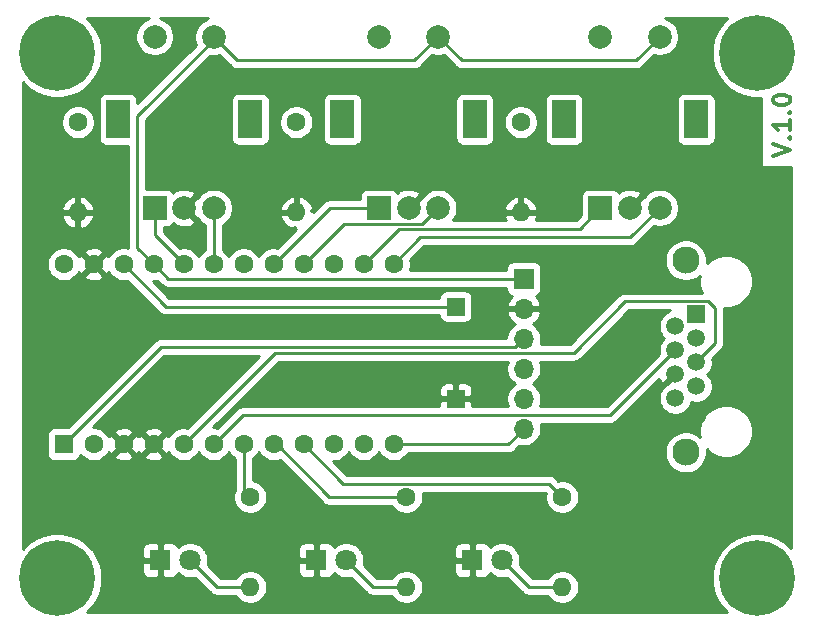
<source format=gbr>
%TF.GenerationSoftware,KiCad,Pcbnew,5.1.8-5.1.8*%
%TF.CreationDate,2021-05-07T16:54:23+02:00*%
%TF.ProjectId,modelMterminalAdapter,6d6f6465-6c4d-4746-9572-6d696e616c41,rev?*%
%TF.SameCoordinates,Original*%
%TF.FileFunction,Copper,L1,Top*%
%TF.FilePolarity,Positive*%
%FSLAX46Y46*%
G04 Gerber Fmt 4.6, Leading zero omitted, Abs format (unit mm)*
G04 Created by KiCad (PCBNEW 5.1.8-5.1.8) date 2021-05-07 16:54:23*
%MOMM*%
%LPD*%
G01*
G04 APERTURE LIST*
%TA.AperFunction,NonConductor*%
%ADD10C,0.300000*%
%TD*%
%TA.AperFunction,ComponentPad*%
%ADD11C,2.300000*%
%TD*%
%TA.AperFunction,ComponentPad*%
%ADD12C,1.500000*%
%TD*%
%TA.AperFunction,ComponentPad*%
%ADD13R,1.500000X1.500000*%
%TD*%
%TA.AperFunction,SMDPad,CuDef*%
%ADD14R,1.500000X1.500000*%
%TD*%
%TA.AperFunction,ComponentPad*%
%ADD15O,1.700000X1.700000*%
%TD*%
%TA.AperFunction,ComponentPad*%
%ADD16R,1.700000X1.700000*%
%TD*%
%TA.AperFunction,ComponentPad*%
%ADD17O,1.600000X1.600000*%
%TD*%
%TA.AperFunction,ComponentPad*%
%ADD18C,1.600000*%
%TD*%
%TA.AperFunction,ComponentPad*%
%ADD19R,2.000000X2.000000*%
%TD*%
%TA.AperFunction,ComponentPad*%
%ADD20C,2.000000*%
%TD*%
%TA.AperFunction,ComponentPad*%
%ADD21R,2.000000X3.200000*%
%TD*%
%TA.AperFunction,ComponentPad*%
%ADD22C,6.400000*%
%TD*%
%TA.AperFunction,ComponentPad*%
%ADD23C,0.800000*%
%TD*%
%TA.AperFunction,ComponentPad*%
%ADD24R,1.600000X1.600000*%
%TD*%
%TA.AperFunction,ComponentPad*%
%ADD25C,1.800000*%
%TD*%
%TA.AperFunction,ComponentPad*%
%ADD26R,1.800000X1.800000*%
%TD*%
%TA.AperFunction,ViaPad*%
%ADD27C,0.800000*%
%TD*%
%TA.AperFunction,Conductor*%
%ADD28C,0.250000*%
%TD*%
%TA.AperFunction,Conductor*%
%ADD29C,0.254000*%
%TD*%
%TA.AperFunction,Conductor*%
%ADD30C,0.100000*%
%TD*%
G04 APERTURE END LIST*
D10*
X120078571Y-65572857D02*
X121578571Y-65072857D01*
X120078571Y-64572857D01*
X121435714Y-64072857D02*
X121507142Y-64001428D01*
X121578571Y-64072857D01*
X121507142Y-64144285D01*
X121435714Y-64072857D01*
X121578571Y-64072857D01*
X121578571Y-62572857D02*
X121578571Y-63430000D01*
X121578571Y-63001428D02*
X120078571Y-63001428D01*
X120292857Y-63144285D01*
X120435714Y-63287142D01*
X120507142Y-63430000D01*
X121435714Y-61930000D02*
X121507142Y-61858571D01*
X121578571Y-61930000D01*
X121507142Y-62001428D01*
X121435714Y-61930000D01*
X121578571Y-61930000D01*
X120078571Y-60930000D02*
X120078571Y-60787142D01*
X120150000Y-60644285D01*
X120221428Y-60572857D01*
X120364285Y-60501428D01*
X120650000Y-60430000D01*
X121007142Y-60430000D01*
X121292857Y-60501428D01*
X121435714Y-60572857D01*
X121507142Y-60644285D01*
X121578571Y-60787142D01*
X121578571Y-60930000D01*
X121507142Y-61072857D01*
X121435714Y-61144285D01*
X121292857Y-61215714D01*
X121007142Y-61287142D01*
X120650000Y-61287142D01*
X120364285Y-61215714D01*
X120221428Y-61144285D01*
X120150000Y-61072857D01*
X120078571Y-60930000D01*
D11*
%TO.P,J1,SH*%
%TO.N,N/C*%
X112710000Y-74430000D03*
X112710000Y-90690000D03*
D12*
%TO.P,J1,8*%
%TO.N,Net-(J1-Pad8)*%
X111820000Y-86112000D03*
%TO.P,J1,6*%
%TO.N,GND*%
X111820000Y-84080000D03*
%TO.P,J1,4*%
%TO.N,Net-(J1-Pad4)*%
X111820000Y-82048000D03*
%TO.P,J1,2*%
%TO.N,Net-(J1-Pad2)*%
X111820000Y-80016000D03*
%TO.P,J1,7*%
%TO.N,Net-(J1-Pad7)*%
X113600000Y-85096000D03*
%TO.P,J1,5*%
%TO.N,Net-(J1-Pad5)*%
X113600000Y-83064000D03*
%TO.P,J1,3*%
%TO.N,VCC*%
X113600000Y-81032000D03*
D13*
%TO.P,J1,1*%
%TO.N,Net-(J1-Pad1)*%
X113600000Y-79000000D03*
%TD*%
D14*
%TO.P,SW4,2*%
%TO.N,GND*%
X93240000Y-86150000D03*
%TO.P,SW4,1*%
%TO.N,Net-(SW4-Pad1)*%
X93240000Y-78350000D03*
%TD*%
D15*
%TO.P,J2,6*%
%TO.N,Net-(J2-Pad6)*%
X99000000Y-88700000D03*
%TO.P,J2,5*%
%TO.N,Net-(J2-Pad5)*%
X99000000Y-86160000D03*
%TO.P,J2,4*%
%TO.N,Net-(J2-Pad4)*%
X99000000Y-83620000D03*
%TO.P,J2,3*%
%TO.N,Net-(J2-Pad3)*%
X99000000Y-81080000D03*
%TO.P,J2,2*%
%TO.N,GND*%
X99000000Y-78540000D03*
D16*
%TO.P,J2,1*%
%TO.N,VCC*%
X99000000Y-76000000D03*
%TD*%
D17*
%TO.P,R4,2*%
%TO.N,GND*%
X98750000Y-70370000D03*
D18*
%TO.P,R4,1*%
%TO.N,Net-(R4-Pad1)*%
X98750000Y-62750000D03*
%TD*%
D19*
%TO.P,SW3,A*%
%TO.N,Net-(SW3-PadA)*%
X105500000Y-70000000D03*
D20*
%TO.P,SW3,C*%
%TO.N,GND*%
X108000000Y-70000000D03*
%TO.P,SW3,B*%
%TO.N,Net-(SW3-PadB)*%
X110500000Y-70000000D03*
D21*
%TO.P,SW3,MP*%
%TO.N,N/C*%
X102400000Y-62500000D03*
X113600000Y-62500000D03*
D20*
%TO.P,SW3,S2*%
%TO.N,Net-(R4-Pad1)*%
X105500000Y-55500000D03*
%TO.P,SW3,S1*%
%TO.N,VCC*%
X110500000Y-55500000D03*
%TD*%
D22*
%TO.P,REF\u002A\u002A,1*%
%TO.N,N/C*%
X59500000Y-101350000D03*
D23*
X61900000Y-101350000D03*
X61197056Y-103047056D03*
X59500000Y-103750000D03*
X57802944Y-103047056D03*
X57100000Y-101350000D03*
X57802944Y-99652944D03*
X59500000Y-98950000D03*
X61197056Y-99652944D03*
%TD*%
D22*
%TO.P,REF\u002A\u002A,1*%
%TO.N,N/C*%
X59500000Y-56850000D03*
D23*
X61900000Y-56850000D03*
X61197056Y-58547056D03*
X59500000Y-59250000D03*
X57802944Y-58547056D03*
X57100000Y-56850000D03*
X57802944Y-55152944D03*
X59500000Y-54450000D03*
X61197056Y-55152944D03*
%TD*%
D22*
%TO.P,REF\u002A\u002A,1*%
%TO.N,N/C*%
X118750000Y-101350000D03*
D23*
X121150000Y-101350000D03*
X120447056Y-103047056D03*
X118750000Y-103750000D03*
X117052944Y-103047056D03*
X116350000Y-101350000D03*
X117052944Y-99652944D03*
X118750000Y-98950000D03*
X120447056Y-99652944D03*
%TD*%
%TO.P,REF\u002A\u002A,1*%
%TO.N,N/C*%
X120447056Y-55152944D03*
X118750000Y-54450000D03*
X117052944Y-55152944D03*
X116350000Y-56850000D03*
X117052944Y-58547056D03*
X118750000Y-59250000D03*
X120447056Y-58547056D03*
X121150000Y-56850000D03*
D22*
X118750000Y-56850000D03*
%TD*%
D17*
%TO.P,R6,2*%
%TO.N,GND*%
X79750000Y-70370000D03*
D18*
%TO.P,R6,1*%
%TO.N,Net-(R6-Pad1)*%
X79750000Y-62750000D03*
%TD*%
D17*
%TO.P,R5,2*%
%TO.N,GND*%
X61250000Y-70370000D03*
D18*
%TO.P,R5,1*%
%TO.N,Net-(R5-Pad1)*%
X61250000Y-62750000D03*
%TD*%
D17*
%TO.P,R3,2*%
%TO.N,Net-(D3-Pad2)*%
X102258000Y-102108000D03*
D18*
%TO.P,R3,1*%
%TO.N,Net-(R3-Pad1)*%
X102258000Y-94488000D03*
%TD*%
D17*
%TO.P,R2,2*%
%TO.N,Net-(D2-Pad2)*%
X89050000Y-102108000D03*
D18*
%TO.P,R2,1*%
%TO.N,Net-(R2-Pad1)*%
X89050000Y-94488000D03*
%TD*%
D17*
%TO.P,R1,2*%
%TO.N,Net-(D1-Pad2)*%
X75842000Y-102108000D03*
D18*
%TO.P,R1,1*%
%TO.N,Net-(R1-Pad1)*%
X75842000Y-94488000D03*
%TD*%
%TO.P,U1,24*%
%TO.N,Net-(U1-Pad24)*%
X60042000Y-74778000D03*
%TO.P,U1,23*%
%TO.N,GND*%
X62582000Y-74778000D03*
%TO.P,U1,22*%
%TO.N,Net-(SW4-Pad1)*%
X65122000Y-74778000D03*
%TO.P,U1,21*%
%TO.N,VCC*%
X67662000Y-74778000D03*
%TO.P,U1,20*%
%TO.N,Net-(SW1-PadA)*%
X70202000Y-74778000D03*
%TO.P,U1,19*%
%TO.N,Net-(SW1-PadB)*%
X72742000Y-74778000D03*
%TO.P,U1,18*%
%TO.N,Net-(R5-Pad1)*%
X75282000Y-74778000D03*
%TO.P,U1,17*%
%TO.N,Net-(SW2-PadA)*%
X77822000Y-74778000D03*
%TO.P,U1,16*%
%TO.N,Net-(SW2-PadB)*%
X80362000Y-74778000D03*
%TO.P,U1,15*%
%TO.N,Net-(R6-Pad1)*%
X82902000Y-74778000D03*
%TO.P,U1,14*%
%TO.N,Net-(SW3-PadA)*%
X85442000Y-74778000D03*
%TO.P,U1,13*%
%TO.N,Net-(SW3-PadB)*%
X87982000Y-74778000D03*
%TO.P,U1,12*%
%TO.N,Net-(J2-Pad6)*%
X87982000Y-90018000D03*
%TO.P,U1,11*%
%TO.N,Net-(J2-Pad5)*%
X85442000Y-90018000D03*
%TO.P,U1,10*%
%TO.N,Net-(R4-Pad1)*%
X82902000Y-90018000D03*
%TO.P,U1,9*%
%TO.N,Net-(R3-Pad1)*%
X80362000Y-90018000D03*
%TO.P,U1,8*%
%TO.N,Net-(R2-Pad1)*%
X77822000Y-90018000D03*
%TO.P,U1,7*%
%TO.N,Net-(R1-Pad1)*%
X75282000Y-90018000D03*
%TO.P,U1,6*%
%TO.N,Net-(J1-Pad4)*%
X72742000Y-90018000D03*
%TO.P,U1,5*%
%TO.N,Net-(J1-Pad5)*%
X70202000Y-90018000D03*
%TO.P,U1,4*%
%TO.N,GND*%
X67662000Y-90018000D03*
%TO.P,U1,3*%
X65122000Y-90018000D03*
%TO.P,U1,2*%
%TO.N,Net-(J2-Pad4)*%
X62582000Y-90018000D03*
D24*
%TO.P,U1,1*%
%TO.N,Net-(J2-Pad3)*%
X60042000Y-90018000D03*
%TD*%
D19*
%TO.P,SW2,A*%
%TO.N,Net-(SW2-PadA)*%
X86750000Y-70000000D03*
D20*
%TO.P,SW2,C*%
%TO.N,GND*%
X89250000Y-70000000D03*
%TO.P,SW2,B*%
%TO.N,Net-(SW2-PadB)*%
X91750000Y-70000000D03*
D21*
%TO.P,SW2,MP*%
%TO.N,N/C*%
X83650000Y-62500000D03*
X94850000Y-62500000D03*
D20*
%TO.P,SW2,S2*%
%TO.N,Net-(R6-Pad1)*%
X86750000Y-55500000D03*
%TO.P,SW2,S1*%
%TO.N,VCC*%
X91750000Y-55500000D03*
%TD*%
D19*
%TO.P,SW1,A*%
%TO.N,Net-(SW1-PadA)*%
X67750000Y-70000000D03*
D20*
%TO.P,SW1,C*%
%TO.N,GND*%
X70250000Y-70000000D03*
%TO.P,SW1,B*%
%TO.N,Net-(SW1-PadB)*%
X72750000Y-70000000D03*
D21*
%TO.P,SW1,MP*%
%TO.N,N/C*%
X64650000Y-62500000D03*
X75850000Y-62500000D03*
D20*
%TO.P,SW1,S2*%
%TO.N,Net-(R5-Pad1)*%
X67750000Y-55500000D03*
%TO.P,SW1,S1*%
%TO.N,VCC*%
X72750000Y-55500000D03*
%TD*%
D25*
%TO.P,D3,2*%
%TO.N,Net-(D3-Pad2)*%
X97178000Y-99822000D03*
D26*
%TO.P,D3,1*%
%TO.N,GND*%
X94638000Y-99822000D03*
%TD*%
D25*
%TO.P,D2,2*%
%TO.N,Net-(D2-Pad2)*%
X83970000Y-99822000D03*
D26*
%TO.P,D2,1*%
%TO.N,GND*%
X81430000Y-99822000D03*
%TD*%
D25*
%TO.P,D1,2*%
%TO.N,Net-(D1-Pad2)*%
X70762000Y-99822000D03*
D26*
%TO.P,D1,1*%
%TO.N,GND*%
X68222000Y-99822000D03*
%TD*%
D27*
%TO.N,GND*%
X96150000Y-86150000D03*
X107200000Y-82600000D03*
%TD*%
D28*
%TO.N,Net-(D1-Pad2)*%
X73048000Y-102108000D02*
X70762000Y-99822000D01*
X75842000Y-102108000D02*
X73048000Y-102108000D01*
%TO.N,Net-(D2-Pad2)*%
X86256000Y-102108000D02*
X83970000Y-99822000D01*
X89050000Y-102108000D02*
X86256000Y-102108000D01*
%TO.N,Net-(D3-Pad2)*%
X99464000Y-102108000D02*
X97178000Y-99822000D01*
X102258000Y-102108000D02*
X99464000Y-102108000D01*
%TO.N,Net-(J1-Pad5)*%
X77964999Y-82255001D02*
X70202000Y-90018000D01*
X103244999Y-82255001D02*
X77964999Y-82255001D01*
X107575001Y-77924999D02*
X103244999Y-82255001D01*
X115200000Y-81464000D02*
X115200000Y-78514998D01*
X114610001Y-77924999D02*
X107575001Y-77924999D01*
X115200000Y-78514998D02*
X114610001Y-77924999D01*
X113600000Y-83064000D02*
X115200000Y-81464000D01*
%TO.N,Net-(J1-Pad4)*%
X106343001Y-87524999D02*
X111820000Y-82048000D01*
X75235001Y-87524999D02*
X106343001Y-87524999D01*
X72742000Y-90018000D02*
X75235001Y-87524999D01*
%TO.N,Net-(SW1-PadA)*%
X67750000Y-72326000D02*
X70202000Y-74778000D01*
X67750000Y-70000000D02*
X67750000Y-72326000D01*
%TO.N,Net-(SW1-PadB)*%
X73000000Y-74520000D02*
X72742000Y-74778000D01*
X72750000Y-74770000D02*
X72742000Y-74778000D01*
X72750000Y-70000000D02*
X72750000Y-74770000D01*
%TO.N,Net-(SW2-PadA)*%
X82600000Y-70000000D02*
X77822000Y-74778000D01*
X86750000Y-70000000D02*
X82600000Y-70000000D01*
%TO.N,Net-(SW2-PadB)*%
X83814999Y-71325001D02*
X80362000Y-74778000D01*
X90424999Y-71325001D02*
X83814999Y-71325001D01*
X91750000Y-70000000D02*
X90424999Y-71325001D01*
%TO.N,Net-(R3-Pad1)*%
X101132999Y-93362999D02*
X102258000Y-94488000D01*
X83706999Y-93362999D02*
X101132999Y-93362999D01*
X80362000Y-90018000D02*
X83706999Y-93362999D01*
%TO.N,Net-(R2-Pad1)*%
X78080000Y-90018000D02*
X77822000Y-90018000D01*
X82550000Y-94488000D02*
X78080000Y-90018000D01*
X89050000Y-94488000D02*
X82550000Y-94488000D01*
%TO.N,Net-(R1-Pad1)*%
X75282000Y-93928000D02*
X75842000Y-94488000D01*
X75282000Y-90018000D02*
X75282000Y-93928000D01*
%TO.N,VCC*%
X66250000Y-73366000D02*
X67662000Y-74778000D01*
X66250000Y-62250000D02*
X66250000Y-73366000D01*
X73000000Y-55500000D02*
X66250000Y-62250000D01*
X68884000Y-76000000D02*
X99000000Y-76000000D01*
X67662000Y-74778000D02*
X68884000Y-76000000D01*
X89750000Y-57500000D02*
X91750000Y-55500000D01*
X74750000Y-57500000D02*
X89750000Y-57500000D01*
X72750000Y-55500000D02*
X74750000Y-57500000D01*
X108500000Y-57500000D02*
X110500000Y-55500000D01*
X93750000Y-57500000D02*
X108500000Y-57500000D01*
X91750000Y-55500000D02*
X93750000Y-57500000D01*
%TO.N,Net-(J2-Pad3)*%
X98275009Y-81804991D02*
X99000000Y-81080000D01*
X68255009Y-81804991D02*
X98275009Y-81804991D01*
X60042000Y-90018000D02*
X68255009Y-81804991D01*
%TO.N,Net-(J2-Pad6)*%
X97682000Y-90018000D02*
X99000000Y-88700000D01*
X87982000Y-90018000D02*
X97682000Y-90018000D01*
%TO.N,Net-(SW3-PadA)*%
X88444989Y-71775011D02*
X85442000Y-74778000D01*
X103724989Y-71775011D02*
X88444989Y-71775011D01*
X105500000Y-70000000D02*
X103724989Y-71775011D01*
%TO.N,Net-(SW3-PadB)*%
X110500000Y-70000000D02*
X108000000Y-72500000D01*
X90260000Y-72500000D02*
X87982000Y-74778000D01*
X108000000Y-72500000D02*
X90260000Y-72500000D01*
%TO.N,Net-(SW4-Pad1)*%
X68694000Y-78350000D02*
X93240000Y-78350000D01*
X65122000Y-74778000D02*
X68694000Y-78350000D01*
%TD*%
D29*
%TO.N,GND*%
X66975537Y-54051082D02*
X66707748Y-54230013D01*
X66480013Y-54457748D01*
X66301082Y-54725537D01*
X66177832Y-55023088D01*
X66115000Y-55338967D01*
X66115000Y-55661033D01*
X66177832Y-55976912D01*
X66301082Y-56274463D01*
X66480013Y-56542252D01*
X66707748Y-56769987D01*
X66975537Y-56948918D01*
X67273088Y-57072168D01*
X67588967Y-57135000D01*
X67911033Y-57135000D01*
X68226912Y-57072168D01*
X68524463Y-56948918D01*
X68792252Y-56769987D01*
X69019987Y-56542252D01*
X69198918Y-56274463D01*
X69322168Y-55976912D01*
X69385000Y-55661033D01*
X69385000Y-55338967D01*
X69322168Y-55023088D01*
X69198918Y-54725537D01*
X69019987Y-54457748D01*
X68792252Y-54230013D01*
X68524463Y-54051082D01*
X68232146Y-53930000D01*
X72267854Y-53930000D01*
X71975537Y-54051082D01*
X71707748Y-54230013D01*
X71480013Y-54457748D01*
X71301082Y-54725537D01*
X71177832Y-55023088D01*
X71115000Y-55338967D01*
X71115000Y-55661033D01*
X71177832Y-55976912D01*
X71257046Y-56168152D01*
X66288072Y-61137127D01*
X66288072Y-60900000D01*
X66275812Y-60775518D01*
X66239502Y-60655820D01*
X66180537Y-60545506D01*
X66101185Y-60448815D01*
X66004494Y-60369463D01*
X65894180Y-60310498D01*
X65774482Y-60274188D01*
X65650000Y-60261928D01*
X63650000Y-60261928D01*
X63525518Y-60274188D01*
X63405820Y-60310498D01*
X63295506Y-60369463D01*
X63198815Y-60448815D01*
X63119463Y-60545506D01*
X63060498Y-60655820D01*
X63024188Y-60775518D01*
X63011928Y-60900000D01*
X63011928Y-64100000D01*
X63024188Y-64224482D01*
X63060498Y-64344180D01*
X63119463Y-64454494D01*
X63198815Y-64551185D01*
X63295506Y-64630537D01*
X63405820Y-64689502D01*
X63525518Y-64725812D01*
X63650000Y-64738072D01*
X65490000Y-64738072D01*
X65490001Y-73328668D01*
X65486324Y-73366000D01*
X65488469Y-73387783D01*
X65263335Y-73343000D01*
X64980665Y-73343000D01*
X64703426Y-73398147D01*
X64442273Y-73506320D01*
X64207241Y-73663363D01*
X64007363Y-73863241D01*
X63851085Y-74097128D01*
X63818671Y-74036486D01*
X63574702Y-73964903D01*
X62761605Y-74778000D01*
X63574702Y-75591097D01*
X63818671Y-75519514D01*
X63849194Y-75455008D01*
X63850320Y-75457727D01*
X64007363Y-75692759D01*
X64207241Y-75892637D01*
X64442273Y-76049680D01*
X64703426Y-76157853D01*
X64980665Y-76213000D01*
X65263335Y-76213000D01*
X65445887Y-76176688D01*
X68130201Y-78861003D01*
X68153999Y-78890001D01*
X68269724Y-78984974D01*
X68401753Y-79055546D01*
X68545014Y-79099003D01*
X68656667Y-79110000D01*
X68656677Y-79110000D01*
X68694000Y-79113676D01*
X68731323Y-79110000D01*
X91852913Y-79110000D01*
X91864188Y-79224482D01*
X91900498Y-79344180D01*
X91959463Y-79454494D01*
X92038815Y-79551185D01*
X92135506Y-79630537D01*
X92245820Y-79689502D01*
X92365518Y-79725812D01*
X92490000Y-79738072D01*
X93990000Y-79738072D01*
X94114482Y-79725812D01*
X94234180Y-79689502D01*
X94344494Y-79630537D01*
X94441185Y-79551185D01*
X94520537Y-79454494D01*
X94579502Y-79344180D01*
X94615812Y-79224482D01*
X94628072Y-79100000D01*
X94628072Y-77600000D01*
X94615812Y-77475518D01*
X94579502Y-77355820D01*
X94520537Y-77245506D01*
X94441185Y-77148815D01*
X94344494Y-77069463D01*
X94234180Y-77010498D01*
X94114482Y-76974188D01*
X93990000Y-76961928D01*
X92490000Y-76961928D01*
X92365518Y-76974188D01*
X92245820Y-77010498D01*
X92135506Y-77069463D01*
X92038815Y-77148815D01*
X91959463Y-77245506D01*
X91900498Y-77355820D01*
X91864188Y-77475518D01*
X91852913Y-77590000D01*
X69008802Y-77590000D01*
X67631802Y-76213000D01*
X67803335Y-76213000D01*
X67985886Y-76176688D01*
X68320201Y-76511003D01*
X68343999Y-76540001D01*
X68372997Y-76563799D01*
X68459723Y-76634974D01*
X68591753Y-76705546D01*
X68735014Y-76749003D01*
X68846667Y-76760000D01*
X68846677Y-76760000D01*
X68884000Y-76763676D01*
X68921323Y-76760000D01*
X97511928Y-76760000D01*
X97511928Y-76850000D01*
X97524188Y-76974482D01*
X97560498Y-77094180D01*
X97619463Y-77204494D01*
X97698815Y-77301185D01*
X97795506Y-77380537D01*
X97905820Y-77439502D01*
X97986466Y-77463966D01*
X97902412Y-77539731D01*
X97728359Y-77773080D01*
X97603175Y-78035901D01*
X97558524Y-78183110D01*
X97679845Y-78413000D01*
X98873000Y-78413000D01*
X98873000Y-78393000D01*
X99127000Y-78393000D01*
X99127000Y-78413000D01*
X100320155Y-78413000D01*
X100441476Y-78183110D01*
X100396825Y-78035901D01*
X100271641Y-77773080D01*
X100097588Y-77539731D01*
X100013534Y-77463966D01*
X100094180Y-77439502D01*
X100204494Y-77380537D01*
X100301185Y-77301185D01*
X100380537Y-77204494D01*
X100439502Y-77094180D01*
X100475812Y-76974482D01*
X100488072Y-76850000D01*
X100488072Y-75150000D01*
X100475812Y-75025518D01*
X100439502Y-74905820D01*
X100380537Y-74795506D01*
X100301185Y-74698815D01*
X100204494Y-74619463D01*
X100094180Y-74560498D01*
X99974482Y-74524188D01*
X99850000Y-74511928D01*
X98150000Y-74511928D01*
X98025518Y-74524188D01*
X97905820Y-74560498D01*
X97795506Y-74619463D01*
X97698815Y-74698815D01*
X97619463Y-74795506D01*
X97560498Y-74905820D01*
X97524188Y-75025518D01*
X97511928Y-75150000D01*
X97511928Y-75240000D01*
X89343865Y-75240000D01*
X89361853Y-75196574D01*
X89417000Y-74919335D01*
X89417000Y-74636665D01*
X89380688Y-74454114D01*
X90574803Y-73260000D01*
X107962678Y-73260000D01*
X108000000Y-73263676D01*
X108037322Y-73260000D01*
X108037333Y-73260000D01*
X108148986Y-73249003D01*
X108292247Y-73205546D01*
X108424276Y-73134974D01*
X108540001Y-73040001D01*
X108563804Y-73010997D01*
X110008625Y-71566177D01*
X110023088Y-71572168D01*
X110338967Y-71635000D01*
X110661033Y-71635000D01*
X110976912Y-71572168D01*
X111274463Y-71448918D01*
X111542252Y-71269987D01*
X111769987Y-71042252D01*
X111948918Y-70774463D01*
X112072168Y-70476912D01*
X112135000Y-70161033D01*
X112135000Y-69838967D01*
X112072168Y-69523088D01*
X111948918Y-69225537D01*
X111769987Y-68957748D01*
X111542252Y-68730013D01*
X111274463Y-68551082D01*
X110976912Y-68427832D01*
X110661033Y-68365000D01*
X110338967Y-68365000D01*
X110023088Y-68427832D01*
X109725537Y-68551082D01*
X109457748Y-68730013D01*
X109230013Y-68957748D01*
X109165075Y-69054935D01*
X109135413Y-69044192D01*
X108179605Y-70000000D01*
X108193748Y-70014143D01*
X108014143Y-70193748D01*
X108000000Y-70179605D01*
X107985858Y-70193748D01*
X107806253Y-70014143D01*
X107820395Y-70000000D01*
X107806253Y-69985858D01*
X107985858Y-69806253D01*
X108000000Y-69820395D01*
X108955808Y-68864587D01*
X108860044Y-68600186D01*
X108570429Y-68459296D01*
X108258892Y-68377616D01*
X107937405Y-68358282D01*
X107618325Y-68402039D01*
X107313912Y-68507205D01*
X107139956Y-68600186D01*
X107085976Y-68749223D01*
X107030537Y-68645506D01*
X106951185Y-68548815D01*
X106854494Y-68469463D01*
X106744180Y-68410498D01*
X106624482Y-68374188D01*
X106500000Y-68361928D01*
X104500000Y-68361928D01*
X104375518Y-68374188D01*
X104255820Y-68410498D01*
X104145506Y-68469463D01*
X104048815Y-68548815D01*
X103969463Y-68645506D01*
X103910498Y-68755820D01*
X103874188Y-68875518D01*
X103861928Y-69000000D01*
X103861928Y-70563271D01*
X103410188Y-71015011D01*
X100028400Y-71015011D01*
X100047070Y-70983881D01*
X100141909Y-70719040D01*
X100020624Y-70497000D01*
X98877000Y-70497000D01*
X98877000Y-70517000D01*
X98623000Y-70517000D01*
X98623000Y-70497000D01*
X97479376Y-70497000D01*
X97358091Y-70719040D01*
X97452930Y-70983881D01*
X97471600Y-71015011D01*
X93038189Y-71015011D01*
X93198918Y-70774463D01*
X93322168Y-70476912D01*
X93385000Y-70161033D01*
X93385000Y-70020960D01*
X97358091Y-70020960D01*
X97479376Y-70243000D01*
X98623000Y-70243000D01*
X98623000Y-69100085D01*
X98877000Y-69100085D01*
X98877000Y-70243000D01*
X100020624Y-70243000D01*
X100141909Y-70020960D01*
X100047070Y-69756119D01*
X99902385Y-69514869D01*
X99713414Y-69306481D01*
X99487420Y-69138963D01*
X99233087Y-69018754D01*
X99099039Y-68978096D01*
X98877000Y-69100085D01*
X98623000Y-69100085D01*
X98400961Y-68978096D01*
X98266913Y-69018754D01*
X98012580Y-69138963D01*
X97786586Y-69306481D01*
X97597615Y-69514869D01*
X97452930Y-69756119D01*
X97358091Y-70020960D01*
X93385000Y-70020960D01*
X93385000Y-69838967D01*
X93322168Y-69523088D01*
X93198918Y-69225537D01*
X93019987Y-68957748D01*
X92792252Y-68730013D01*
X92524463Y-68551082D01*
X92226912Y-68427832D01*
X91911033Y-68365000D01*
X91588967Y-68365000D01*
X91273088Y-68427832D01*
X90975537Y-68551082D01*
X90707748Y-68730013D01*
X90480013Y-68957748D01*
X90415075Y-69054935D01*
X90385413Y-69044192D01*
X89429605Y-70000000D01*
X89443748Y-70014143D01*
X89264143Y-70193748D01*
X89250000Y-70179605D01*
X89235858Y-70193748D01*
X89056253Y-70014143D01*
X89070395Y-70000000D01*
X89056253Y-69985858D01*
X89235858Y-69806253D01*
X89250000Y-69820395D01*
X90205808Y-68864587D01*
X90110044Y-68600186D01*
X89820429Y-68459296D01*
X89508892Y-68377616D01*
X89187405Y-68358282D01*
X88868325Y-68402039D01*
X88563912Y-68507205D01*
X88389956Y-68600186D01*
X88335976Y-68749223D01*
X88280537Y-68645506D01*
X88201185Y-68548815D01*
X88104494Y-68469463D01*
X87994180Y-68410498D01*
X87874482Y-68374188D01*
X87750000Y-68361928D01*
X85750000Y-68361928D01*
X85625518Y-68374188D01*
X85505820Y-68410498D01*
X85395506Y-68469463D01*
X85298815Y-68548815D01*
X85219463Y-68645506D01*
X85160498Y-68755820D01*
X85124188Y-68875518D01*
X85111928Y-69000000D01*
X85111928Y-69240000D01*
X82637322Y-69240000D01*
X82599999Y-69236324D01*
X82562676Y-69240000D01*
X82562667Y-69240000D01*
X82451014Y-69250997D01*
X82307753Y-69294454D01*
X82175724Y-69365026D01*
X82175722Y-69365027D01*
X82175723Y-69365027D01*
X82088996Y-69436201D01*
X82088992Y-69436205D01*
X82059999Y-69459999D01*
X82036205Y-69488992D01*
X81185000Y-70340197D01*
X81185000Y-70242998D01*
X81020625Y-70242998D01*
X81141909Y-70020960D01*
X81047070Y-69756119D01*
X80902385Y-69514869D01*
X80713414Y-69306481D01*
X80487420Y-69138963D01*
X80233087Y-69018754D01*
X80099039Y-68978096D01*
X79877000Y-69100085D01*
X79877000Y-70243000D01*
X79897000Y-70243000D01*
X79897000Y-70497000D01*
X79877000Y-70497000D01*
X79877000Y-70517000D01*
X79623000Y-70517000D01*
X79623000Y-70497000D01*
X78479376Y-70497000D01*
X78358091Y-70719040D01*
X78452930Y-70983881D01*
X78597615Y-71225131D01*
X78786586Y-71433519D01*
X79012580Y-71601037D01*
X79266913Y-71721246D01*
X79400961Y-71761904D01*
X79622998Y-71639916D01*
X79622998Y-71805000D01*
X79720198Y-71805000D01*
X78145886Y-73379312D01*
X77963335Y-73343000D01*
X77680665Y-73343000D01*
X77403426Y-73398147D01*
X77142273Y-73506320D01*
X76907241Y-73663363D01*
X76707363Y-73863241D01*
X76552000Y-74095759D01*
X76396637Y-73863241D01*
X76196759Y-73663363D01*
X75961727Y-73506320D01*
X75700574Y-73398147D01*
X75423335Y-73343000D01*
X75140665Y-73343000D01*
X74863426Y-73398147D01*
X74602273Y-73506320D01*
X74367241Y-73663363D01*
X74167363Y-73863241D01*
X74012000Y-74095759D01*
X73856637Y-73863241D01*
X73656759Y-73663363D01*
X73510000Y-73565302D01*
X73510000Y-71454909D01*
X73524463Y-71448918D01*
X73792252Y-71269987D01*
X74019987Y-71042252D01*
X74198918Y-70774463D01*
X74322168Y-70476912D01*
X74385000Y-70161033D01*
X74385000Y-70020960D01*
X78358091Y-70020960D01*
X78479376Y-70243000D01*
X79623000Y-70243000D01*
X79623000Y-69100085D01*
X79400961Y-68978096D01*
X79266913Y-69018754D01*
X79012580Y-69138963D01*
X78786586Y-69306481D01*
X78597615Y-69514869D01*
X78452930Y-69756119D01*
X78358091Y-70020960D01*
X74385000Y-70020960D01*
X74385000Y-69838967D01*
X74322168Y-69523088D01*
X74198918Y-69225537D01*
X74019987Y-68957748D01*
X73792252Y-68730013D01*
X73524463Y-68551082D01*
X73226912Y-68427832D01*
X72911033Y-68365000D01*
X72588967Y-68365000D01*
X72273088Y-68427832D01*
X71975537Y-68551082D01*
X71707748Y-68730013D01*
X71480013Y-68957748D01*
X71415075Y-69054935D01*
X71385413Y-69044192D01*
X70429605Y-70000000D01*
X71385413Y-70955808D01*
X71415075Y-70945065D01*
X71480013Y-71042252D01*
X71707748Y-71269987D01*
X71975537Y-71448918D01*
X71990000Y-71454909D01*
X71990001Y-73554611D01*
X71827241Y-73663363D01*
X71627363Y-73863241D01*
X71472000Y-74095759D01*
X71316637Y-73863241D01*
X71116759Y-73663363D01*
X70881727Y-73506320D01*
X70620574Y-73398147D01*
X70343335Y-73343000D01*
X70060665Y-73343000D01*
X69878114Y-73379312D01*
X68510000Y-72011199D01*
X68510000Y-71638072D01*
X68750000Y-71638072D01*
X68874482Y-71625812D01*
X68994180Y-71589502D01*
X69104494Y-71530537D01*
X69201185Y-71451185D01*
X69280537Y-71354494D01*
X69335976Y-71250777D01*
X69389956Y-71399814D01*
X69679571Y-71540704D01*
X69991108Y-71622384D01*
X70312595Y-71641718D01*
X70631675Y-71597961D01*
X70936088Y-71492795D01*
X71110044Y-71399814D01*
X71205808Y-71135413D01*
X70250000Y-70179605D01*
X70235858Y-70193748D01*
X70056253Y-70014143D01*
X70070395Y-70000000D01*
X70056253Y-69985858D01*
X70235858Y-69806253D01*
X70250000Y-69820395D01*
X71205808Y-68864587D01*
X71110044Y-68600186D01*
X70820429Y-68459296D01*
X70508892Y-68377616D01*
X70187405Y-68358282D01*
X69868325Y-68402039D01*
X69563912Y-68507205D01*
X69389956Y-68600186D01*
X69335976Y-68749223D01*
X69280537Y-68645506D01*
X69201185Y-68548815D01*
X69104494Y-68469463D01*
X68994180Y-68410498D01*
X68874482Y-68374188D01*
X68750000Y-68361928D01*
X67010000Y-68361928D01*
X67010000Y-62564801D01*
X68674801Y-60900000D01*
X74211928Y-60900000D01*
X74211928Y-64100000D01*
X74224188Y-64224482D01*
X74260498Y-64344180D01*
X74319463Y-64454494D01*
X74398815Y-64551185D01*
X74495506Y-64630537D01*
X74605820Y-64689502D01*
X74725518Y-64725812D01*
X74850000Y-64738072D01*
X76850000Y-64738072D01*
X76974482Y-64725812D01*
X77094180Y-64689502D01*
X77204494Y-64630537D01*
X77301185Y-64551185D01*
X77380537Y-64454494D01*
X77439502Y-64344180D01*
X77475812Y-64224482D01*
X77488072Y-64100000D01*
X77488072Y-62608665D01*
X78315000Y-62608665D01*
X78315000Y-62891335D01*
X78370147Y-63168574D01*
X78478320Y-63429727D01*
X78635363Y-63664759D01*
X78835241Y-63864637D01*
X79070273Y-64021680D01*
X79331426Y-64129853D01*
X79608665Y-64185000D01*
X79891335Y-64185000D01*
X80168574Y-64129853D01*
X80429727Y-64021680D01*
X80664759Y-63864637D01*
X80864637Y-63664759D01*
X81021680Y-63429727D01*
X81129853Y-63168574D01*
X81185000Y-62891335D01*
X81185000Y-62608665D01*
X81129853Y-62331426D01*
X81021680Y-62070273D01*
X80864637Y-61835241D01*
X80664759Y-61635363D01*
X80429727Y-61478320D01*
X80168574Y-61370147D01*
X79891335Y-61315000D01*
X79608665Y-61315000D01*
X79331426Y-61370147D01*
X79070273Y-61478320D01*
X78835241Y-61635363D01*
X78635363Y-61835241D01*
X78478320Y-62070273D01*
X78370147Y-62331426D01*
X78315000Y-62608665D01*
X77488072Y-62608665D01*
X77488072Y-60900000D01*
X82011928Y-60900000D01*
X82011928Y-64100000D01*
X82024188Y-64224482D01*
X82060498Y-64344180D01*
X82119463Y-64454494D01*
X82198815Y-64551185D01*
X82295506Y-64630537D01*
X82405820Y-64689502D01*
X82525518Y-64725812D01*
X82650000Y-64738072D01*
X84650000Y-64738072D01*
X84774482Y-64725812D01*
X84894180Y-64689502D01*
X85004494Y-64630537D01*
X85101185Y-64551185D01*
X85180537Y-64454494D01*
X85239502Y-64344180D01*
X85275812Y-64224482D01*
X85288072Y-64100000D01*
X85288072Y-60900000D01*
X93211928Y-60900000D01*
X93211928Y-64100000D01*
X93224188Y-64224482D01*
X93260498Y-64344180D01*
X93319463Y-64454494D01*
X93398815Y-64551185D01*
X93495506Y-64630537D01*
X93605820Y-64689502D01*
X93725518Y-64725812D01*
X93850000Y-64738072D01*
X95850000Y-64738072D01*
X95974482Y-64725812D01*
X96094180Y-64689502D01*
X96204494Y-64630537D01*
X96301185Y-64551185D01*
X96380537Y-64454494D01*
X96439502Y-64344180D01*
X96475812Y-64224482D01*
X96488072Y-64100000D01*
X96488072Y-62608665D01*
X97315000Y-62608665D01*
X97315000Y-62891335D01*
X97370147Y-63168574D01*
X97478320Y-63429727D01*
X97635363Y-63664759D01*
X97835241Y-63864637D01*
X98070273Y-64021680D01*
X98331426Y-64129853D01*
X98608665Y-64185000D01*
X98891335Y-64185000D01*
X99168574Y-64129853D01*
X99429727Y-64021680D01*
X99664759Y-63864637D01*
X99864637Y-63664759D01*
X100021680Y-63429727D01*
X100129853Y-63168574D01*
X100185000Y-62891335D01*
X100185000Y-62608665D01*
X100129853Y-62331426D01*
X100021680Y-62070273D01*
X99864637Y-61835241D01*
X99664759Y-61635363D01*
X99429727Y-61478320D01*
X99168574Y-61370147D01*
X98891335Y-61315000D01*
X98608665Y-61315000D01*
X98331426Y-61370147D01*
X98070273Y-61478320D01*
X97835241Y-61635363D01*
X97635363Y-61835241D01*
X97478320Y-62070273D01*
X97370147Y-62331426D01*
X97315000Y-62608665D01*
X96488072Y-62608665D01*
X96488072Y-60900000D01*
X100761928Y-60900000D01*
X100761928Y-64100000D01*
X100774188Y-64224482D01*
X100810498Y-64344180D01*
X100869463Y-64454494D01*
X100948815Y-64551185D01*
X101045506Y-64630537D01*
X101155820Y-64689502D01*
X101275518Y-64725812D01*
X101400000Y-64738072D01*
X103400000Y-64738072D01*
X103524482Y-64725812D01*
X103644180Y-64689502D01*
X103754494Y-64630537D01*
X103851185Y-64551185D01*
X103930537Y-64454494D01*
X103989502Y-64344180D01*
X104025812Y-64224482D01*
X104038072Y-64100000D01*
X104038072Y-60900000D01*
X111961928Y-60900000D01*
X111961928Y-64100000D01*
X111974188Y-64224482D01*
X112010498Y-64344180D01*
X112069463Y-64454494D01*
X112148815Y-64551185D01*
X112245506Y-64630537D01*
X112355820Y-64689502D01*
X112475518Y-64725812D01*
X112600000Y-64738072D01*
X114600000Y-64738072D01*
X114724482Y-64725812D01*
X114844180Y-64689502D01*
X114954494Y-64630537D01*
X115051185Y-64551185D01*
X115130537Y-64454494D01*
X115189502Y-64344180D01*
X115225812Y-64224482D01*
X115238072Y-64100000D01*
X115238072Y-60900000D01*
X115225812Y-60775518D01*
X115189502Y-60655820D01*
X115130537Y-60545506D01*
X115051185Y-60448815D01*
X114954494Y-60369463D01*
X114844180Y-60310498D01*
X114724482Y-60274188D01*
X114600000Y-60261928D01*
X112600000Y-60261928D01*
X112475518Y-60274188D01*
X112355820Y-60310498D01*
X112245506Y-60369463D01*
X112148815Y-60448815D01*
X112069463Y-60545506D01*
X112010498Y-60655820D01*
X111974188Y-60775518D01*
X111961928Y-60900000D01*
X104038072Y-60900000D01*
X104025812Y-60775518D01*
X103989502Y-60655820D01*
X103930537Y-60545506D01*
X103851185Y-60448815D01*
X103754494Y-60369463D01*
X103644180Y-60310498D01*
X103524482Y-60274188D01*
X103400000Y-60261928D01*
X101400000Y-60261928D01*
X101275518Y-60274188D01*
X101155820Y-60310498D01*
X101045506Y-60369463D01*
X100948815Y-60448815D01*
X100869463Y-60545506D01*
X100810498Y-60655820D01*
X100774188Y-60775518D01*
X100761928Y-60900000D01*
X96488072Y-60900000D01*
X96475812Y-60775518D01*
X96439502Y-60655820D01*
X96380537Y-60545506D01*
X96301185Y-60448815D01*
X96204494Y-60369463D01*
X96094180Y-60310498D01*
X95974482Y-60274188D01*
X95850000Y-60261928D01*
X93850000Y-60261928D01*
X93725518Y-60274188D01*
X93605820Y-60310498D01*
X93495506Y-60369463D01*
X93398815Y-60448815D01*
X93319463Y-60545506D01*
X93260498Y-60655820D01*
X93224188Y-60775518D01*
X93211928Y-60900000D01*
X85288072Y-60900000D01*
X85275812Y-60775518D01*
X85239502Y-60655820D01*
X85180537Y-60545506D01*
X85101185Y-60448815D01*
X85004494Y-60369463D01*
X84894180Y-60310498D01*
X84774482Y-60274188D01*
X84650000Y-60261928D01*
X82650000Y-60261928D01*
X82525518Y-60274188D01*
X82405820Y-60310498D01*
X82295506Y-60369463D01*
X82198815Y-60448815D01*
X82119463Y-60545506D01*
X82060498Y-60655820D01*
X82024188Y-60775518D01*
X82011928Y-60900000D01*
X77488072Y-60900000D01*
X77475812Y-60775518D01*
X77439502Y-60655820D01*
X77380537Y-60545506D01*
X77301185Y-60448815D01*
X77204494Y-60369463D01*
X77094180Y-60310498D01*
X76974482Y-60274188D01*
X76850000Y-60261928D01*
X74850000Y-60261928D01*
X74725518Y-60274188D01*
X74605820Y-60310498D01*
X74495506Y-60369463D01*
X74398815Y-60448815D01*
X74319463Y-60545506D01*
X74260498Y-60655820D01*
X74224188Y-60775518D01*
X74211928Y-60900000D01*
X68674801Y-60900000D01*
X72464550Y-57110252D01*
X72588967Y-57135000D01*
X72911033Y-57135000D01*
X73226912Y-57072168D01*
X73241375Y-57066177D01*
X74186201Y-58011003D01*
X74209999Y-58040001D01*
X74238997Y-58063799D01*
X74325723Y-58134974D01*
X74457753Y-58205546D01*
X74601014Y-58249003D01*
X74712667Y-58260000D01*
X74712676Y-58260000D01*
X74749999Y-58263676D01*
X74787322Y-58260000D01*
X89712678Y-58260000D01*
X89750000Y-58263676D01*
X89787322Y-58260000D01*
X89787333Y-58260000D01*
X89898986Y-58249003D01*
X90042247Y-58205546D01*
X90174276Y-58134974D01*
X90290001Y-58040001D01*
X90313804Y-58010997D01*
X91258624Y-57066177D01*
X91273088Y-57072168D01*
X91588967Y-57135000D01*
X91911033Y-57135000D01*
X92226912Y-57072168D01*
X92241375Y-57066177D01*
X93186201Y-58011003D01*
X93209999Y-58040001D01*
X93238997Y-58063799D01*
X93325723Y-58134974D01*
X93457753Y-58205546D01*
X93601014Y-58249003D01*
X93712667Y-58260000D01*
X93712676Y-58260000D01*
X93749999Y-58263676D01*
X93787322Y-58260000D01*
X108462678Y-58260000D01*
X108500000Y-58263676D01*
X108537322Y-58260000D01*
X108537333Y-58260000D01*
X108648986Y-58249003D01*
X108792247Y-58205546D01*
X108924276Y-58134974D01*
X109040001Y-58040001D01*
X109063804Y-58010997D01*
X110008624Y-57066177D01*
X110023088Y-57072168D01*
X110338967Y-57135000D01*
X110661033Y-57135000D01*
X110976912Y-57072168D01*
X111274463Y-56948918D01*
X111542252Y-56769987D01*
X111769987Y-56542252D01*
X111948918Y-56274463D01*
X112072168Y-55976912D01*
X112135000Y-55661033D01*
X112135000Y-55338967D01*
X112072168Y-55023088D01*
X111948918Y-54725537D01*
X111769987Y-54457748D01*
X111542252Y-54230013D01*
X111274463Y-54051082D01*
X110982146Y-53930000D01*
X116246491Y-53930000D01*
X115771161Y-54405330D01*
X115351467Y-55033446D01*
X115062377Y-55731372D01*
X114915000Y-56472285D01*
X114915000Y-57227715D01*
X115062377Y-57968628D01*
X115351467Y-58666554D01*
X115771161Y-59294670D01*
X116305330Y-59828839D01*
X116933446Y-60248533D01*
X117631372Y-60537623D01*
X118372285Y-60685000D01*
X119110000Y-60685000D01*
X119110000Y-66500714D01*
X121605304Y-66500714D01*
X121609660Y-98786151D01*
X121194670Y-98371161D01*
X120566554Y-97951467D01*
X119868628Y-97662377D01*
X119127715Y-97515000D01*
X118372285Y-97515000D01*
X117631372Y-97662377D01*
X116933446Y-97951467D01*
X116305330Y-98371161D01*
X115771161Y-98905330D01*
X115351467Y-99533446D01*
X115062377Y-100231372D01*
X114915000Y-100972285D01*
X114915000Y-101727715D01*
X115062377Y-102468628D01*
X115351467Y-103166554D01*
X115771161Y-103794670D01*
X116216491Y-104240000D01*
X62033509Y-104240000D01*
X62478839Y-103794670D01*
X62898533Y-103166554D01*
X63187623Y-102468628D01*
X63335000Y-101727715D01*
X63335000Y-100972285D01*
X63285216Y-100722000D01*
X66683928Y-100722000D01*
X66696188Y-100846482D01*
X66732498Y-100966180D01*
X66791463Y-101076494D01*
X66870815Y-101173185D01*
X66967506Y-101252537D01*
X67077820Y-101311502D01*
X67197518Y-101347812D01*
X67322000Y-101360072D01*
X67936250Y-101357000D01*
X68095000Y-101198250D01*
X68095000Y-99949000D01*
X66845750Y-99949000D01*
X66687000Y-100107750D01*
X66683928Y-100722000D01*
X63285216Y-100722000D01*
X63187623Y-100231372D01*
X62898533Y-99533446D01*
X62489978Y-98922000D01*
X66683928Y-98922000D01*
X66687000Y-99536250D01*
X66845750Y-99695000D01*
X68095000Y-99695000D01*
X68095000Y-98445750D01*
X68349000Y-98445750D01*
X68349000Y-99695000D01*
X68369000Y-99695000D01*
X68369000Y-99949000D01*
X68349000Y-99949000D01*
X68349000Y-101198250D01*
X68507750Y-101357000D01*
X69122000Y-101360072D01*
X69246482Y-101347812D01*
X69366180Y-101311502D01*
X69476494Y-101252537D01*
X69573185Y-101173185D01*
X69652537Y-101076494D01*
X69711502Y-100966180D01*
X69717056Y-100947873D01*
X69783495Y-101014312D01*
X70034905Y-101182299D01*
X70314257Y-101298011D01*
X70610816Y-101357000D01*
X70913184Y-101357000D01*
X71170930Y-101305731D01*
X72484201Y-102619003D01*
X72507999Y-102648001D01*
X72623724Y-102742974D01*
X72755753Y-102813546D01*
X72899014Y-102857003D01*
X73010667Y-102868000D01*
X73010676Y-102868000D01*
X73047999Y-102871676D01*
X73085322Y-102868000D01*
X74623957Y-102868000D01*
X74727363Y-103022759D01*
X74927241Y-103222637D01*
X75162273Y-103379680D01*
X75423426Y-103487853D01*
X75700665Y-103543000D01*
X75983335Y-103543000D01*
X76260574Y-103487853D01*
X76521727Y-103379680D01*
X76756759Y-103222637D01*
X76956637Y-103022759D01*
X77113680Y-102787727D01*
X77221853Y-102526574D01*
X77277000Y-102249335D01*
X77277000Y-101966665D01*
X77221853Y-101689426D01*
X77113680Y-101428273D01*
X76956637Y-101193241D01*
X76756759Y-100993363D01*
X76521727Y-100836320D01*
X76260574Y-100728147D01*
X76229672Y-100722000D01*
X79891928Y-100722000D01*
X79904188Y-100846482D01*
X79940498Y-100966180D01*
X79999463Y-101076494D01*
X80078815Y-101173185D01*
X80175506Y-101252537D01*
X80285820Y-101311502D01*
X80405518Y-101347812D01*
X80530000Y-101360072D01*
X81144250Y-101357000D01*
X81303000Y-101198250D01*
X81303000Y-99949000D01*
X80053750Y-99949000D01*
X79895000Y-100107750D01*
X79891928Y-100722000D01*
X76229672Y-100722000D01*
X75983335Y-100673000D01*
X75700665Y-100673000D01*
X75423426Y-100728147D01*
X75162273Y-100836320D01*
X74927241Y-100993363D01*
X74727363Y-101193241D01*
X74623957Y-101348000D01*
X73362802Y-101348000D01*
X72245731Y-100230930D01*
X72297000Y-99973184D01*
X72297000Y-99670816D01*
X72238011Y-99374257D01*
X72122299Y-99094905D01*
X72006768Y-98922000D01*
X79891928Y-98922000D01*
X79895000Y-99536250D01*
X80053750Y-99695000D01*
X81303000Y-99695000D01*
X81303000Y-98445750D01*
X81557000Y-98445750D01*
X81557000Y-99695000D01*
X81577000Y-99695000D01*
X81577000Y-99949000D01*
X81557000Y-99949000D01*
X81557000Y-101198250D01*
X81715750Y-101357000D01*
X82330000Y-101360072D01*
X82454482Y-101347812D01*
X82574180Y-101311502D01*
X82684494Y-101252537D01*
X82781185Y-101173185D01*
X82860537Y-101076494D01*
X82919502Y-100966180D01*
X82925056Y-100947873D01*
X82991495Y-101014312D01*
X83242905Y-101182299D01*
X83522257Y-101298011D01*
X83818816Y-101357000D01*
X84121184Y-101357000D01*
X84378930Y-101305731D01*
X85692201Y-102619003D01*
X85715999Y-102648001D01*
X85831724Y-102742974D01*
X85963753Y-102813546D01*
X86107014Y-102857003D01*
X86218667Y-102868000D01*
X86218676Y-102868000D01*
X86255999Y-102871676D01*
X86293322Y-102868000D01*
X87831957Y-102868000D01*
X87935363Y-103022759D01*
X88135241Y-103222637D01*
X88370273Y-103379680D01*
X88631426Y-103487853D01*
X88908665Y-103543000D01*
X89191335Y-103543000D01*
X89468574Y-103487853D01*
X89729727Y-103379680D01*
X89964759Y-103222637D01*
X90164637Y-103022759D01*
X90321680Y-102787727D01*
X90429853Y-102526574D01*
X90485000Y-102249335D01*
X90485000Y-101966665D01*
X90429853Y-101689426D01*
X90321680Y-101428273D01*
X90164637Y-101193241D01*
X89964759Y-100993363D01*
X89729727Y-100836320D01*
X89468574Y-100728147D01*
X89437672Y-100722000D01*
X93099928Y-100722000D01*
X93112188Y-100846482D01*
X93148498Y-100966180D01*
X93207463Y-101076494D01*
X93286815Y-101173185D01*
X93383506Y-101252537D01*
X93493820Y-101311502D01*
X93613518Y-101347812D01*
X93738000Y-101360072D01*
X94352250Y-101357000D01*
X94511000Y-101198250D01*
X94511000Y-99949000D01*
X93261750Y-99949000D01*
X93103000Y-100107750D01*
X93099928Y-100722000D01*
X89437672Y-100722000D01*
X89191335Y-100673000D01*
X88908665Y-100673000D01*
X88631426Y-100728147D01*
X88370273Y-100836320D01*
X88135241Y-100993363D01*
X87935363Y-101193241D01*
X87831957Y-101348000D01*
X86570802Y-101348000D01*
X85453731Y-100230930D01*
X85505000Y-99973184D01*
X85505000Y-99670816D01*
X85446011Y-99374257D01*
X85330299Y-99094905D01*
X85214768Y-98922000D01*
X93099928Y-98922000D01*
X93103000Y-99536250D01*
X93261750Y-99695000D01*
X94511000Y-99695000D01*
X94511000Y-98445750D01*
X94765000Y-98445750D01*
X94765000Y-99695000D01*
X94785000Y-99695000D01*
X94785000Y-99949000D01*
X94765000Y-99949000D01*
X94765000Y-101198250D01*
X94923750Y-101357000D01*
X95538000Y-101360072D01*
X95662482Y-101347812D01*
X95782180Y-101311502D01*
X95892494Y-101252537D01*
X95989185Y-101173185D01*
X96068537Y-101076494D01*
X96127502Y-100966180D01*
X96133056Y-100947873D01*
X96199495Y-101014312D01*
X96450905Y-101182299D01*
X96730257Y-101298011D01*
X97026816Y-101357000D01*
X97329184Y-101357000D01*
X97586930Y-101305731D01*
X98900201Y-102619003D01*
X98923999Y-102648001D01*
X99039724Y-102742974D01*
X99171753Y-102813546D01*
X99315014Y-102857003D01*
X99426667Y-102868000D01*
X99426676Y-102868000D01*
X99463999Y-102871676D01*
X99501322Y-102868000D01*
X101039957Y-102868000D01*
X101143363Y-103022759D01*
X101343241Y-103222637D01*
X101578273Y-103379680D01*
X101839426Y-103487853D01*
X102116665Y-103543000D01*
X102399335Y-103543000D01*
X102676574Y-103487853D01*
X102937727Y-103379680D01*
X103172759Y-103222637D01*
X103372637Y-103022759D01*
X103529680Y-102787727D01*
X103637853Y-102526574D01*
X103693000Y-102249335D01*
X103693000Y-101966665D01*
X103637853Y-101689426D01*
X103529680Y-101428273D01*
X103372637Y-101193241D01*
X103172759Y-100993363D01*
X102937727Y-100836320D01*
X102676574Y-100728147D01*
X102399335Y-100673000D01*
X102116665Y-100673000D01*
X101839426Y-100728147D01*
X101578273Y-100836320D01*
X101343241Y-100993363D01*
X101143363Y-101193241D01*
X101039957Y-101348000D01*
X99778802Y-101348000D01*
X98661731Y-100230930D01*
X98713000Y-99973184D01*
X98713000Y-99670816D01*
X98654011Y-99374257D01*
X98538299Y-99094905D01*
X98370312Y-98843495D01*
X98156505Y-98629688D01*
X97905095Y-98461701D01*
X97625743Y-98345989D01*
X97329184Y-98287000D01*
X97026816Y-98287000D01*
X96730257Y-98345989D01*
X96450905Y-98461701D01*
X96199495Y-98629688D01*
X96133056Y-98696127D01*
X96127502Y-98677820D01*
X96068537Y-98567506D01*
X95989185Y-98470815D01*
X95892494Y-98391463D01*
X95782180Y-98332498D01*
X95662482Y-98296188D01*
X95538000Y-98283928D01*
X94923750Y-98287000D01*
X94765000Y-98445750D01*
X94511000Y-98445750D01*
X94352250Y-98287000D01*
X93738000Y-98283928D01*
X93613518Y-98296188D01*
X93493820Y-98332498D01*
X93383506Y-98391463D01*
X93286815Y-98470815D01*
X93207463Y-98567506D01*
X93148498Y-98677820D01*
X93112188Y-98797518D01*
X93099928Y-98922000D01*
X85214768Y-98922000D01*
X85162312Y-98843495D01*
X84948505Y-98629688D01*
X84697095Y-98461701D01*
X84417743Y-98345989D01*
X84121184Y-98287000D01*
X83818816Y-98287000D01*
X83522257Y-98345989D01*
X83242905Y-98461701D01*
X82991495Y-98629688D01*
X82925056Y-98696127D01*
X82919502Y-98677820D01*
X82860537Y-98567506D01*
X82781185Y-98470815D01*
X82684494Y-98391463D01*
X82574180Y-98332498D01*
X82454482Y-98296188D01*
X82330000Y-98283928D01*
X81715750Y-98287000D01*
X81557000Y-98445750D01*
X81303000Y-98445750D01*
X81144250Y-98287000D01*
X80530000Y-98283928D01*
X80405518Y-98296188D01*
X80285820Y-98332498D01*
X80175506Y-98391463D01*
X80078815Y-98470815D01*
X79999463Y-98567506D01*
X79940498Y-98677820D01*
X79904188Y-98797518D01*
X79891928Y-98922000D01*
X72006768Y-98922000D01*
X71954312Y-98843495D01*
X71740505Y-98629688D01*
X71489095Y-98461701D01*
X71209743Y-98345989D01*
X70913184Y-98287000D01*
X70610816Y-98287000D01*
X70314257Y-98345989D01*
X70034905Y-98461701D01*
X69783495Y-98629688D01*
X69717056Y-98696127D01*
X69711502Y-98677820D01*
X69652537Y-98567506D01*
X69573185Y-98470815D01*
X69476494Y-98391463D01*
X69366180Y-98332498D01*
X69246482Y-98296188D01*
X69122000Y-98283928D01*
X68507750Y-98287000D01*
X68349000Y-98445750D01*
X68095000Y-98445750D01*
X67936250Y-98287000D01*
X67322000Y-98283928D01*
X67197518Y-98296188D01*
X67077820Y-98332498D01*
X66967506Y-98391463D01*
X66870815Y-98470815D01*
X66791463Y-98567506D01*
X66732498Y-98677820D01*
X66696188Y-98797518D01*
X66683928Y-98922000D01*
X62489978Y-98922000D01*
X62478839Y-98905330D01*
X61944670Y-98371161D01*
X61316554Y-97951467D01*
X60618628Y-97662377D01*
X59877715Y-97515000D01*
X59122285Y-97515000D01*
X58381372Y-97662377D01*
X57683446Y-97951467D01*
X57055330Y-98371161D01*
X56580000Y-98846491D01*
X56580000Y-89218000D01*
X58603928Y-89218000D01*
X58603928Y-90818000D01*
X58616188Y-90942482D01*
X58652498Y-91062180D01*
X58711463Y-91172494D01*
X58790815Y-91269185D01*
X58887506Y-91348537D01*
X58997820Y-91407502D01*
X59117518Y-91443812D01*
X59242000Y-91456072D01*
X60842000Y-91456072D01*
X60966482Y-91443812D01*
X61086180Y-91407502D01*
X61196494Y-91348537D01*
X61293185Y-91269185D01*
X61372537Y-91172494D01*
X61431502Y-91062180D01*
X61467812Y-90942482D01*
X61468643Y-90934039D01*
X61667241Y-91132637D01*
X61902273Y-91289680D01*
X62163426Y-91397853D01*
X62440665Y-91453000D01*
X62723335Y-91453000D01*
X63000574Y-91397853D01*
X63261727Y-91289680D01*
X63496759Y-91132637D01*
X63618694Y-91010702D01*
X64308903Y-91010702D01*
X64380486Y-91254671D01*
X64635996Y-91375571D01*
X64910184Y-91444300D01*
X65192512Y-91458217D01*
X65472130Y-91416787D01*
X65738292Y-91321603D01*
X65863514Y-91254671D01*
X65935097Y-91010702D01*
X66848903Y-91010702D01*
X66920486Y-91254671D01*
X67175996Y-91375571D01*
X67450184Y-91444300D01*
X67732512Y-91458217D01*
X68012130Y-91416787D01*
X68278292Y-91321603D01*
X68403514Y-91254671D01*
X68475097Y-91010702D01*
X67662000Y-90197605D01*
X66848903Y-91010702D01*
X65935097Y-91010702D01*
X65122000Y-90197605D01*
X64308903Y-91010702D01*
X63618694Y-91010702D01*
X63696637Y-90932759D01*
X63852915Y-90698872D01*
X63885329Y-90759514D01*
X64129298Y-90831097D01*
X64942395Y-90018000D01*
X65301605Y-90018000D01*
X66114702Y-90831097D01*
X66358671Y-90759514D01*
X66389971Y-90693364D01*
X66425329Y-90759514D01*
X66669298Y-90831097D01*
X67482395Y-90018000D01*
X66669298Y-89204903D01*
X66425329Y-89276486D01*
X66394029Y-89342636D01*
X66358671Y-89276486D01*
X66114702Y-89204903D01*
X65301605Y-90018000D01*
X64942395Y-90018000D01*
X64129298Y-89204903D01*
X63885329Y-89276486D01*
X63854806Y-89340992D01*
X63853680Y-89338273D01*
X63696637Y-89103241D01*
X63618694Y-89025298D01*
X64308903Y-89025298D01*
X65122000Y-89838395D01*
X65935097Y-89025298D01*
X66848903Y-89025298D01*
X67662000Y-89838395D01*
X68475097Y-89025298D01*
X68403514Y-88781329D01*
X68148004Y-88660429D01*
X67873816Y-88591700D01*
X67591488Y-88577783D01*
X67311870Y-88619213D01*
X67045708Y-88714397D01*
X66920486Y-88781329D01*
X66848903Y-89025298D01*
X65935097Y-89025298D01*
X65863514Y-88781329D01*
X65608004Y-88660429D01*
X65333816Y-88591700D01*
X65051488Y-88577783D01*
X64771870Y-88619213D01*
X64505708Y-88714397D01*
X64380486Y-88781329D01*
X64308903Y-89025298D01*
X63618694Y-89025298D01*
X63496759Y-88903363D01*
X63261727Y-88746320D01*
X63000574Y-88638147D01*
X62723335Y-88583000D01*
X62551801Y-88583000D01*
X68569811Y-82564991D01*
X76580206Y-82564991D01*
X70525887Y-88619312D01*
X70343335Y-88583000D01*
X70060665Y-88583000D01*
X69783426Y-88638147D01*
X69522273Y-88746320D01*
X69287241Y-88903363D01*
X69087363Y-89103241D01*
X68931085Y-89337128D01*
X68898671Y-89276486D01*
X68654702Y-89204903D01*
X67841605Y-90018000D01*
X68654702Y-90831097D01*
X68898671Y-90759514D01*
X68929194Y-90695008D01*
X68930320Y-90697727D01*
X69087363Y-90932759D01*
X69287241Y-91132637D01*
X69522273Y-91289680D01*
X69783426Y-91397853D01*
X70060665Y-91453000D01*
X70343335Y-91453000D01*
X70620574Y-91397853D01*
X70881727Y-91289680D01*
X71116759Y-91132637D01*
X71316637Y-90932759D01*
X71472000Y-90700241D01*
X71627363Y-90932759D01*
X71827241Y-91132637D01*
X72062273Y-91289680D01*
X72323426Y-91397853D01*
X72600665Y-91453000D01*
X72883335Y-91453000D01*
X73160574Y-91397853D01*
X73421727Y-91289680D01*
X73656759Y-91132637D01*
X73856637Y-90932759D01*
X74012000Y-90700241D01*
X74167363Y-90932759D01*
X74367241Y-91132637D01*
X74522000Y-91236044D01*
X74522001Y-93890668D01*
X74518324Y-93928000D01*
X74518786Y-93932688D01*
X74462147Y-94069426D01*
X74407000Y-94346665D01*
X74407000Y-94629335D01*
X74462147Y-94906574D01*
X74570320Y-95167727D01*
X74727363Y-95402759D01*
X74927241Y-95602637D01*
X75162273Y-95759680D01*
X75423426Y-95867853D01*
X75700665Y-95923000D01*
X75983335Y-95923000D01*
X76260574Y-95867853D01*
X76521727Y-95759680D01*
X76756759Y-95602637D01*
X76956637Y-95402759D01*
X77113680Y-95167727D01*
X77221853Y-94906574D01*
X77277000Y-94629335D01*
X77277000Y-94346665D01*
X77221853Y-94069426D01*
X77113680Y-93808273D01*
X76956637Y-93573241D01*
X76756759Y-93373363D01*
X76521727Y-93216320D01*
X76260574Y-93108147D01*
X76042000Y-93064669D01*
X76042000Y-91236043D01*
X76196759Y-91132637D01*
X76396637Y-90932759D01*
X76552000Y-90700241D01*
X76707363Y-90932759D01*
X76907241Y-91132637D01*
X77142273Y-91289680D01*
X77403426Y-91397853D01*
X77680665Y-91453000D01*
X77963335Y-91453000D01*
X78240574Y-91397853D01*
X78342735Y-91355536D01*
X81986201Y-94999003D01*
X82009999Y-95028001D01*
X82038997Y-95051799D01*
X82125724Y-95122974D01*
X82257753Y-95193546D01*
X82401014Y-95237003D01*
X82550000Y-95251677D01*
X82587333Y-95248000D01*
X87831957Y-95248000D01*
X87935363Y-95402759D01*
X88135241Y-95602637D01*
X88370273Y-95759680D01*
X88631426Y-95867853D01*
X88908665Y-95923000D01*
X89191335Y-95923000D01*
X89468574Y-95867853D01*
X89729727Y-95759680D01*
X89964759Y-95602637D01*
X90164637Y-95402759D01*
X90321680Y-95167727D01*
X90429853Y-94906574D01*
X90485000Y-94629335D01*
X90485000Y-94346665D01*
X90440509Y-94122999D01*
X100818198Y-94122999D01*
X100859312Y-94164113D01*
X100823000Y-94346665D01*
X100823000Y-94629335D01*
X100878147Y-94906574D01*
X100986320Y-95167727D01*
X101143363Y-95402759D01*
X101343241Y-95602637D01*
X101578273Y-95759680D01*
X101839426Y-95867853D01*
X102116665Y-95923000D01*
X102399335Y-95923000D01*
X102676574Y-95867853D01*
X102937727Y-95759680D01*
X103172759Y-95602637D01*
X103372637Y-95402759D01*
X103529680Y-95167727D01*
X103637853Y-94906574D01*
X103693000Y-94629335D01*
X103693000Y-94346665D01*
X103637853Y-94069426D01*
X103529680Y-93808273D01*
X103372637Y-93573241D01*
X103172759Y-93373363D01*
X102937727Y-93216320D01*
X102676574Y-93108147D01*
X102399335Y-93053000D01*
X102116665Y-93053000D01*
X101934113Y-93089312D01*
X101696803Y-92852001D01*
X101673000Y-92822998D01*
X101557275Y-92728025D01*
X101425246Y-92657453D01*
X101281985Y-92613996D01*
X101170332Y-92602999D01*
X101170321Y-92602999D01*
X101132999Y-92599323D01*
X101095677Y-92602999D01*
X84021801Y-92602999D01*
X82871802Y-91453000D01*
X83043335Y-91453000D01*
X83320574Y-91397853D01*
X83581727Y-91289680D01*
X83816759Y-91132637D01*
X84016637Y-90932759D01*
X84172000Y-90700241D01*
X84327363Y-90932759D01*
X84527241Y-91132637D01*
X84762273Y-91289680D01*
X85023426Y-91397853D01*
X85300665Y-91453000D01*
X85583335Y-91453000D01*
X85860574Y-91397853D01*
X86121727Y-91289680D01*
X86356759Y-91132637D01*
X86556637Y-90932759D01*
X86712000Y-90700241D01*
X86867363Y-90932759D01*
X87067241Y-91132637D01*
X87302273Y-91289680D01*
X87563426Y-91397853D01*
X87840665Y-91453000D01*
X88123335Y-91453000D01*
X88400574Y-91397853D01*
X88661727Y-91289680D01*
X88896759Y-91132637D01*
X89096637Y-90932759D01*
X89200043Y-90778000D01*
X97644678Y-90778000D01*
X97682000Y-90781676D01*
X97719322Y-90778000D01*
X97719333Y-90778000D01*
X97830986Y-90767003D01*
X97974247Y-90723546D01*
X98106276Y-90652974D01*
X98222001Y-90558001D01*
X98245803Y-90528998D01*
X98260608Y-90514193D01*
X110925000Y-90514193D01*
X110925000Y-90865807D01*
X110993596Y-91210665D01*
X111128153Y-91535515D01*
X111323500Y-91827871D01*
X111572129Y-92076500D01*
X111864485Y-92271847D01*
X112189335Y-92406404D01*
X112534193Y-92475000D01*
X112885807Y-92475000D01*
X113230665Y-92406404D01*
X113555515Y-92271847D01*
X113847871Y-92076500D01*
X114096500Y-91827871D01*
X114291847Y-91535515D01*
X114426404Y-91210665D01*
X114495000Y-90865807D01*
X114495000Y-90514193D01*
X114481822Y-90447944D01*
X114699334Y-90665456D01*
X115069489Y-90912786D01*
X115480782Y-91083149D01*
X115917409Y-91170000D01*
X116362591Y-91170000D01*
X116799218Y-91083149D01*
X117210511Y-90912786D01*
X117580666Y-90665456D01*
X117895456Y-90350666D01*
X118142786Y-89980511D01*
X118313149Y-89569218D01*
X118400000Y-89132591D01*
X118400000Y-88687409D01*
X118313149Y-88250782D01*
X118142786Y-87839489D01*
X117895456Y-87469334D01*
X117580666Y-87154544D01*
X117210511Y-86907214D01*
X116799218Y-86736851D01*
X116362591Y-86650000D01*
X115917409Y-86650000D01*
X115480782Y-86736851D01*
X115069489Y-86907214D01*
X114699334Y-87154544D01*
X114384544Y-87469334D01*
X114137214Y-87839489D01*
X113966851Y-88250782D01*
X113880000Y-88687409D01*
X113880000Y-89132591D01*
X113930415Y-89386044D01*
X113847871Y-89303500D01*
X113555515Y-89108153D01*
X113230665Y-88973596D01*
X112885807Y-88905000D01*
X112534193Y-88905000D01*
X112189335Y-88973596D01*
X111864485Y-89108153D01*
X111572129Y-89303500D01*
X111323500Y-89552129D01*
X111128153Y-89844485D01*
X110993596Y-90169335D01*
X110925000Y-90514193D01*
X98260608Y-90514193D01*
X98633592Y-90141210D01*
X98853740Y-90185000D01*
X99146260Y-90185000D01*
X99433158Y-90127932D01*
X99703411Y-90015990D01*
X99946632Y-89853475D01*
X100153475Y-89646632D01*
X100315990Y-89403411D01*
X100427932Y-89133158D01*
X100485000Y-88846260D01*
X100485000Y-88553740D01*
X100431544Y-88284999D01*
X106305679Y-88284999D01*
X106343001Y-88288675D01*
X106380323Y-88284999D01*
X106380334Y-88284999D01*
X106491987Y-88274002D01*
X106635248Y-88230545D01*
X106767277Y-88159973D01*
X106883002Y-88065000D01*
X106906805Y-88035996D01*
X110484178Y-84458623D01*
X110563723Y-84678832D01*
X110624140Y-84791863D01*
X110863007Y-84857388D01*
X111640395Y-84080000D01*
X111626253Y-84065858D01*
X111805858Y-83886253D01*
X111820000Y-83900395D01*
X111834143Y-83886253D01*
X112013748Y-84065858D01*
X111999605Y-84080000D01*
X112013748Y-84094143D01*
X111834143Y-84273748D01*
X111820000Y-84259605D01*
X111216910Y-84862695D01*
X111163957Y-84884629D01*
X110937114Y-85036201D01*
X110744201Y-85229114D01*
X110592629Y-85455957D01*
X110488225Y-85708011D01*
X110435000Y-85975589D01*
X110435000Y-86248411D01*
X110488225Y-86515989D01*
X110592629Y-86768043D01*
X110744201Y-86994886D01*
X110937114Y-87187799D01*
X111163957Y-87339371D01*
X111416011Y-87443775D01*
X111683589Y-87497000D01*
X111956411Y-87497000D01*
X112223989Y-87443775D01*
X112476043Y-87339371D01*
X112702886Y-87187799D01*
X112895799Y-86994886D01*
X113047371Y-86768043D01*
X113151775Y-86515989D01*
X113171354Y-86417562D01*
X113196011Y-86427775D01*
X113463589Y-86481000D01*
X113736411Y-86481000D01*
X114003989Y-86427775D01*
X114256043Y-86323371D01*
X114482886Y-86171799D01*
X114675799Y-85978886D01*
X114827371Y-85752043D01*
X114931775Y-85499989D01*
X114985000Y-85232411D01*
X114985000Y-84959589D01*
X114931775Y-84692011D01*
X114827371Y-84439957D01*
X114675799Y-84213114D01*
X114542685Y-84080000D01*
X114675799Y-83946886D01*
X114827371Y-83720043D01*
X114931775Y-83467989D01*
X114985000Y-83200411D01*
X114985000Y-82927589D01*
X114956167Y-82782635D01*
X115711004Y-82027798D01*
X115740001Y-82004001D01*
X115834974Y-81888276D01*
X115905546Y-81756247D01*
X115949003Y-81612986D01*
X115960000Y-81501333D01*
X115960000Y-81501325D01*
X115963676Y-81464000D01*
X115960000Y-81426675D01*
X115960000Y-78552331D01*
X115963677Y-78514998D01*
X115959245Y-78470000D01*
X116362591Y-78470000D01*
X116799218Y-78383149D01*
X117210511Y-78212786D01*
X117580666Y-77965456D01*
X117895456Y-77650666D01*
X118142786Y-77280511D01*
X118313149Y-76869218D01*
X118400000Y-76432591D01*
X118400000Y-75987409D01*
X118313149Y-75550782D01*
X118142786Y-75139489D01*
X117895456Y-74769334D01*
X117580666Y-74454544D01*
X117210511Y-74207214D01*
X116799218Y-74036851D01*
X116362591Y-73950000D01*
X115917409Y-73950000D01*
X115480782Y-74036851D01*
X115069489Y-74207214D01*
X114699334Y-74454544D01*
X114481822Y-74672056D01*
X114495000Y-74605807D01*
X114495000Y-74254193D01*
X114426404Y-73909335D01*
X114291847Y-73584485D01*
X114096500Y-73292129D01*
X113847871Y-73043500D01*
X113555515Y-72848153D01*
X113230665Y-72713596D01*
X112885807Y-72645000D01*
X112534193Y-72645000D01*
X112189335Y-72713596D01*
X111864485Y-72848153D01*
X111572129Y-73043500D01*
X111323500Y-73292129D01*
X111128153Y-73584485D01*
X110993596Y-73909335D01*
X110925000Y-74254193D01*
X110925000Y-74605807D01*
X110993596Y-74950665D01*
X111128153Y-75275515D01*
X111323500Y-75567871D01*
X111572129Y-75816500D01*
X111864485Y-76011847D01*
X112189335Y-76146404D01*
X112534193Y-76215000D01*
X112885807Y-76215000D01*
X113230665Y-76146404D01*
X113555515Y-76011847D01*
X113847871Y-75816500D01*
X113930415Y-75733956D01*
X113880000Y-75987409D01*
X113880000Y-76432591D01*
X113966851Y-76869218D01*
X114089367Y-77164999D01*
X107612334Y-77164999D01*
X107575001Y-77161322D01*
X107537668Y-77164999D01*
X107426015Y-77175996D01*
X107282754Y-77219453D01*
X107150725Y-77290025D01*
X107035000Y-77384998D01*
X107011202Y-77413996D01*
X102930198Y-81495001D01*
X100431544Y-81495001D01*
X100485000Y-81226260D01*
X100485000Y-80933740D01*
X100427932Y-80646842D01*
X100315990Y-80376589D01*
X100153475Y-80133368D01*
X99946632Y-79926525D01*
X99764466Y-79804805D01*
X99881355Y-79735178D01*
X100097588Y-79540269D01*
X100271641Y-79306920D01*
X100396825Y-79044099D01*
X100441476Y-78896890D01*
X100320155Y-78667000D01*
X99127000Y-78667000D01*
X99127000Y-78687000D01*
X98873000Y-78687000D01*
X98873000Y-78667000D01*
X97679845Y-78667000D01*
X97558524Y-78896890D01*
X97603175Y-79044099D01*
X97728359Y-79306920D01*
X97902412Y-79540269D01*
X98118645Y-79735178D01*
X98235534Y-79804805D01*
X98053368Y-79926525D01*
X97846525Y-80133368D01*
X97684010Y-80376589D01*
X97572068Y-80646842D01*
X97515000Y-80933740D01*
X97515000Y-81044991D01*
X68292334Y-81044991D01*
X68255009Y-81041315D01*
X68217684Y-81044991D01*
X68217676Y-81044991D01*
X68106023Y-81055988D01*
X67962762Y-81099445D01*
X67830733Y-81170017D01*
X67715008Y-81264990D01*
X67691210Y-81293988D01*
X60405271Y-88579928D01*
X59242000Y-88579928D01*
X59117518Y-88592188D01*
X58997820Y-88628498D01*
X58887506Y-88687463D01*
X58790815Y-88766815D01*
X58711463Y-88863506D01*
X58652498Y-88973820D01*
X58616188Y-89093518D01*
X58603928Y-89218000D01*
X56580000Y-89218000D01*
X56580000Y-74636665D01*
X58607000Y-74636665D01*
X58607000Y-74919335D01*
X58662147Y-75196574D01*
X58770320Y-75457727D01*
X58927363Y-75692759D01*
X59127241Y-75892637D01*
X59362273Y-76049680D01*
X59623426Y-76157853D01*
X59900665Y-76213000D01*
X60183335Y-76213000D01*
X60460574Y-76157853D01*
X60721727Y-76049680D01*
X60956759Y-75892637D01*
X61078694Y-75770702D01*
X61768903Y-75770702D01*
X61840486Y-76014671D01*
X62095996Y-76135571D01*
X62370184Y-76204300D01*
X62652512Y-76218217D01*
X62932130Y-76176787D01*
X63198292Y-76081603D01*
X63323514Y-76014671D01*
X63395097Y-75770702D01*
X62582000Y-74957605D01*
X61768903Y-75770702D01*
X61078694Y-75770702D01*
X61156637Y-75692759D01*
X61312915Y-75458872D01*
X61345329Y-75519514D01*
X61589298Y-75591097D01*
X62402395Y-74778000D01*
X61589298Y-73964903D01*
X61345329Y-74036486D01*
X61314806Y-74100992D01*
X61313680Y-74098273D01*
X61156637Y-73863241D01*
X61078694Y-73785298D01*
X61768903Y-73785298D01*
X62582000Y-74598395D01*
X63395097Y-73785298D01*
X63323514Y-73541329D01*
X63068004Y-73420429D01*
X62793816Y-73351700D01*
X62511488Y-73337783D01*
X62231870Y-73379213D01*
X61965708Y-73474397D01*
X61840486Y-73541329D01*
X61768903Y-73785298D01*
X61078694Y-73785298D01*
X60956759Y-73663363D01*
X60721727Y-73506320D01*
X60460574Y-73398147D01*
X60183335Y-73343000D01*
X59900665Y-73343000D01*
X59623426Y-73398147D01*
X59362273Y-73506320D01*
X59127241Y-73663363D01*
X58927363Y-73863241D01*
X58770320Y-74098273D01*
X58662147Y-74359426D01*
X58607000Y-74636665D01*
X56580000Y-74636665D01*
X56580000Y-70719040D01*
X59858091Y-70719040D01*
X59952930Y-70983881D01*
X60097615Y-71225131D01*
X60286586Y-71433519D01*
X60512580Y-71601037D01*
X60766913Y-71721246D01*
X60900961Y-71761904D01*
X61123000Y-71639915D01*
X61123000Y-70497000D01*
X61377000Y-70497000D01*
X61377000Y-71639915D01*
X61599039Y-71761904D01*
X61733087Y-71721246D01*
X61987420Y-71601037D01*
X62213414Y-71433519D01*
X62402385Y-71225131D01*
X62547070Y-70983881D01*
X62641909Y-70719040D01*
X62520624Y-70497000D01*
X61377000Y-70497000D01*
X61123000Y-70497000D01*
X59979376Y-70497000D01*
X59858091Y-70719040D01*
X56580000Y-70719040D01*
X56580000Y-70020960D01*
X59858091Y-70020960D01*
X59979376Y-70243000D01*
X61123000Y-70243000D01*
X61123000Y-69100085D01*
X61377000Y-69100085D01*
X61377000Y-70243000D01*
X62520624Y-70243000D01*
X62641909Y-70020960D01*
X62547070Y-69756119D01*
X62402385Y-69514869D01*
X62213414Y-69306481D01*
X61987420Y-69138963D01*
X61733087Y-69018754D01*
X61599039Y-68978096D01*
X61377000Y-69100085D01*
X61123000Y-69100085D01*
X60900961Y-68978096D01*
X60766913Y-69018754D01*
X60512580Y-69138963D01*
X60286586Y-69306481D01*
X60097615Y-69514869D01*
X59952930Y-69756119D01*
X59858091Y-70020960D01*
X56580000Y-70020960D01*
X56580000Y-62608665D01*
X59815000Y-62608665D01*
X59815000Y-62891335D01*
X59870147Y-63168574D01*
X59978320Y-63429727D01*
X60135363Y-63664759D01*
X60335241Y-63864637D01*
X60570273Y-64021680D01*
X60831426Y-64129853D01*
X61108665Y-64185000D01*
X61391335Y-64185000D01*
X61668574Y-64129853D01*
X61929727Y-64021680D01*
X62164759Y-63864637D01*
X62364637Y-63664759D01*
X62521680Y-63429727D01*
X62629853Y-63168574D01*
X62685000Y-62891335D01*
X62685000Y-62608665D01*
X62629853Y-62331426D01*
X62521680Y-62070273D01*
X62364637Y-61835241D01*
X62164759Y-61635363D01*
X61929727Y-61478320D01*
X61668574Y-61370147D01*
X61391335Y-61315000D01*
X61108665Y-61315000D01*
X60831426Y-61370147D01*
X60570273Y-61478320D01*
X60335241Y-61635363D01*
X60135363Y-61835241D01*
X59978320Y-62070273D01*
X59870147Y-62331426D01*
X59815000Y-62608665D01*
X56580000Y-62608665D01*
X56580000Y-59353509D01*
X57055330Y-59828839D01*
X57683446Y-60248533D01*
X58381372Y-60537623D01*
X59122285Y-60685000D01*
X59877715Y-60685000D01*
X60618628Y-60537623D01*
X61316554Y-60248533D01*
X61944670Y-59828839D01*
X62478839Y-59294670D01*
X62898533Y-58666554D01*
X63187623Y-57968628D01*
X63335000Y-57227715D01*
X63335000Y-56472285D01*
X63187623Y-55731372D01*
X62898533Y-55033446D01*
X62478839Y-54405330D01*
X62003509Y-53930000D01*
X67267854Y-53930000D01*
X66975537Y-54051082D01*
%TA.AperFunction,Conductor*%
D30*
G36*
X66975537Y-54051082D02*
G01*
X66707748Y-54230013D01*
X66480013Y-54457748D01*
X66301082Y-54725537D01*
X66177832Y-55023088D01*
X66115000Y-55338967D01*
X66115000Y-55661033D01*
X66177832Y-55976912D01*
X66301082Y-56274463D01*
X66480013Y-56542252D01*
X66707748Y-56769987D01*
X66975537Y-56948918D01*
X67273088Y-57072168D01*
X67588967Y-57135000D01*
X67911033Y-57135000D01*
X68226912Y-57072168D01*
X68524463Y-56948918D01*
X68792252Y-56769987D01*
X69019987Y-56542252D01*
X69198918Y-56274463D01*
X69322168Y-55976912D01*
X69385000Y-55661033D01*
X69385000Y-55338967D01*
X69322168Y-55023088D01*
X69198918Y-54725537D01*
X69019987Y-54457748D01*
X68792252Y-54230013D01*
X68524463Y-54051082D01*
X68232146Y-53930000D01*
X72267854Y-53930000D01*
X71975537Y-54051082D01*
X71707748Y-54230013D01*
X71480013Y-54457748D01*
X71301082Y-54725537D01*
X71177832Y-55023088D01*
X71115000Y-55338967D01*
X71115000Y-55661033D01*
X71177832Y-55976912D01*
X71257046Y-56168152D01*
X66288072Y-61137127D01*
X66288072Y-60900000D01*
X66275812Y-60775518D01*
X66239502Y-60655820D01*
X66180537Y-60545506D01*
X66101185Y-60448815D01*
X66004494Y-60369463D01*
X65894180Y-60310498D01*
X65774482Y-60274188D01*
X65650000Y-60261928D01*
X63650000Y-60261928D01*
X63525518Y-60274188D01*
X63405820Y-60310498D01*
X63295506Y-60369463D01*
X63198815Y-60448815D01*
X63119463Y-60545506D01*
X63060498Y-60655820D01*
X63024188Y-60775518D01*
X63011928Y-60900000D01*
X63011928Y-64100000D01*
X63024188Y-64224482D01*
X63060498Y-64344180D01*
X63119463Y-64454494D01*
X63198815Y-64551185D01*
X63295506Y-64630537D01*
X63405820Y-64689502D01*
X63525518Y-64725812D01*
X63650000Y-64738072D01*
X65490000Y-64738072D01*
X65490001Y-73328668D01*
X65486324Y-73366000D01*
X65488469Y-73387783D01*
X65263335Y-73343000D01*
X64980665Y-73343000D01*
X64703426Y-73398147D01*
X64442273Y-73506320D01*
X64207241Y-73663363D01*
X64007363Y-73863241D01*
X63851085Y-74097128D01*
X63818671Y-74036486D01*
X63574702Y-73964903D01*
X62761605Y-74778000D01*
X63574702Y-75591097D01*
X63818671Y-75519514D01*
X63849194Y-75455008D01*
X63850320Y-75457727D01*
X64007363Y-75692759D01*
X64207241Y-75892637D01*
X64442273Y-76049680D01*
X64703426Y-76157853D01*
X64980665Y-76213000D01*
X65263335Y-76213000D01*
X65445887Y-76176688D01*
X68130201Y-78861003D01*
X68153999Y-78890001D01*
X68269724Y-78984974D01*
X68401753Y-79055546D01*
X68545014Y-79099003D01*
X68656667Y-79110000D01*
X68656677Y-79110000D01*
X68694000Y-79113676D01*
X68731323Y-79110000D01*
X91852913Y-79110000D01*
X91864188Y-79224482D01*
X91900498Y-79344180D01*
X91959463Y-79454494D01*
X92038815Y-79551185D01*
X92135506Y-79630537D01*
X92245820Y-79689502D01*
X92365518Y-79725812D01*
X92490000Y-79738072D01*
X93990000Y-79738072D01*
X94114482Y-79725812D01*
X94234180Y-79689502D01*
X94344494Y-79630537D01*
X94441185Y-79551185D01*
X94520537Y-79454494D01*
X94579502Y-79344180D01*
X94615812Y-79224482D01*
X94628072Y-79100000D01*
X94628072Y-77600000D01*
X94615812Y-77475518D01*
X94579502Y-77355820D01*
X94520537Y-77245506D01*
X94441185Y-77148815D01*
X94344494Y-77069463D01*
X94234180Y-77010498D01*
X94114482Y-76974188D01*
X93990000Y-76961928D01*
X92490000Y-76961928D01*
X92365518Y-76974188D01*
X92245820Y-77010498D01*
X92135506Y-77069463D01*
X92038815Y-77148815D01*
X91959463Y-77245506D01*
X91900498Y-77355820D01*
X91864188Y-77475518D01*
X91852913Y-77590000D01*
X69008802Y-77590000D01*
X67631802Y-76213000D01*
X67803335Y-76213000D01*
X67985886Y-76176688D01*
X68320201Y-76511003D01*
X68343999Y-76540001D01*
X68372997Y-76563799D01*
X68459723Y-76634974D01*
X68591753Y-76705546D01*
X68735014Y-76749003D01*
X68846667Y-76760000D01*
X68846677Y-76760000D01*
X68884000Y-76763676D01*
X68921323Y-76760000D01*
X97511928Y-76760000D01*
X97511928Y-76850000D01*
X97524188Y-76974482D01*
X97560498Y-77094180D01*
X97619463Y-77204494D01*
X97698815Y-77301185D01*
X97795506Y-77380537D01*
X97905820Y-77439502D01*
X97986466Y-77463966D01*
X97902412Y-77539731D01*
X97728359Y-77773080D01*
X97603175Y-78035901D01*
X97558524Y-78183110D01*
X97679845Y-78413000D01*
X98873000Y-78413000D01*
X98873000Y-78393000D01*
X99127000Y-78393000D01*
X99127000Y-78413000D01*
X100320155Y-78413000D01*
X100441476Y-78183110D01*
X100396825Y-78035901D01*
X100271641Y-77773080D01*
X100097588Y-77539731D01*
X100013534Y-77463966D01*
X100094180Y-77439502D01*
X100204494Y-77380537D01*
X100301185Y-77301185D01*
X100380537Y-77204494D01*
X100439502Y-77094180D01*
X100475812Y-76974482D01*
X100488072Y-76850000D01*
X100488072Y-75150000D01*
X100475812Y-75025518D01*
X100439502Y-74905820D01*
X100380537Y-74795506D01*
X100301185Y-74698815D01*
X100204494Y-74619463D01*
X100094180Y-74560498D01*
X99974482Y-74524188D01*
X99850000Y-74511928D01*
X98150000Y-74511928D01*
X98025518Y-74524188D01*
X97905820Y-74560498D01*
X97795506Y-74619463D01*
X97698815Y-74698815D01*
X97619463Y-74795506D01*
X97560498Y-74905820D01*
X97524188Y-75025518D01*
X97511928Y-75150000D01*
X97511928Y-75240000D01*
X89343865Y-75240000D01*
X89361853Y-75196574D01*
X89417000Y-74919335D01*
X89417000Y-74636665D01*
X89380688Y-74454114D01*
X90574803Y-73260000D01*
X107962678Y-73260000D01*
X108000000Y-73263676D01*
X108037322Y-73260000D01*
X108037333Y-73260000D01*
X108148986Y-73249003D01*
X108292247Y-73205546D01*
X108424276Y-73134974D01*
X108540001Y-73040001D01*
X108563804Y-73010997D01*
X110008625Y-71566177D01*
X110023088Y-71572168D01*
X110338967Y-71635000D01*
X110661033Y-71635000D01*
X110976912Y-71572168D01*
X111274463Y-71448918D01*
X111542252Y-71269987D01*
X111769987Y-71042252D01*
X111948918Y-70774463D01*
X112072168Y-70476912D01*
X112135000Y-70161033D01*
X112135000Y-69838967D01*
X112072168Y-69523088D01*
X111948918Y-69225537D01*
X111769987Y-68957748D01*
X111542252Y-68730013D01*
X111274463Y-68551082D01*
X110976912Y-68427832D01*
X110661033Y-68365000D01*
X110338967Y-68365000D01*
X110023088Y-68427832D01*
X109725537Y-68551082D01*
X109457748Y-68730013D01*
X109230013Y-68957748D01*
X109165075Y-69054935D01*
X109135413Y-69044192D01*
X108179605Y-70000000D01*
X108193748Y-70014143D01*
X108014143Y-70193748D01*
X108000000Y-70179605D01*
X107985858Y-70193748D01*
X107806253Y-70014143D01*
X107820395Y-70000000D01*
X107806253Y-69985858D01*
X107985858Y-69806253D01*
X108000000Y-69820395D01*
X108955808Y-68864587D01*
X108860044Y-68600186D01*
X108570429Y-68459296D01*
X108258892Y-68377616D01*
X107937405Y-68358282D01*
X107618325Y-68402039D01*
X107313912Y-68507205D01*
X107139956Y-68600186D01*
X107085976Y-68749223D01*
X107030537Y-68645506D01*
X106951185Y-68548815D01*
X106854494Y-68469463D01*
X106744180Y-68410498D01*
X106624482Y-68374188D01*
X106500000Y-68361928D01*
X104500000Y-68361928D01*
X104375518Y-68374188D01*
X104255820Y-68410498D01*
X104145506Y-68469463D01*
X104048815Y-68548815D01*
X103969463Y-68645506D01*
X103910498Y-68755820D01*
X103874188Y-68875518D01*
X103861928Y-69000000D01*
X103861928Y-70563271D01*
X103410188Y-71015011D01*
X100028400Y-71015011D01*
X100047070Y-70983881D01*
X100141909Y-70719040D01*
X100020624Y-70497000D01*
X98877000Y-70497000D01*
X98877000Y-70517000D01*
X98623000Y-70517000D01*
X98623000Y-70497000D01*
X97479376Y-70497000D01*
X97358091Y-70719040D01*
X97452930Y-70983881D01*
X97471600Y-71015011D01*
X93038189Y-71015011D01*
X93198918Y-70774463D01*
X93322168Y-70476912D01*
X93385000Y-70161033D01*
X93385000Y-70020960D01*
X97358091Y-70020960D01*
X97479376Y-70243000D01*
X98623000Y-70243000D01*
X98623000Y-69100085D01*
X98877000Y-69100085D01*
X98877000Y-70243000D01*
X100020624Y-70243000D01*
X100141909Y-70020960D01*
X100047070Y-69756119D01*
X99902385Y-69514869D01*
X99713414Y-69306481D01*
X99487420Y-69138963D01*
X99233087Y-69018754D01*
X99099039Y-68978096D01*
X98877000Y-69100085D01*
X98623000Y-69100085D01*
X98400961Y-68978096D01*
X98266913Y-69018754D01*
X98012580Y-69138963D01*
X97786586Y-69306481D01*
X97597615Y-69514869D01*
X97452930Y-69756119D01*
X97358091Y-70020960D01*
X93385000Y-70020960D01*
X93385000Y-69838967D01*
X93322168Y-69523088D01*
X93198918Y-69225537D01*
X93019987Y-68957748D01*
X92792252Y-68730013D01*
X92524463Y-68551082D01*
X92226912Y-68427832D01*
X91911033Y-68365000D01*
X91588967Y-68365000D01*
X91273088Y-68427832D01*
X90975537Y-68551082D01*
X90707748Y-68730013D01*
X90480013Y-68957748D01*
X90415075Y-69054935D01*
X90385413Y-69044192D01*
X89429605Y-70000000D01*
X89443748Y-70014143D01*
X89264143Y-70193748D01*
X89250000Y-70179605D01*
X89235858Y-70193748D01*
X89056253Y-70014143D01*
X89070395Y-70000000D01*
X89056253Y-69985858D01*
X89235858Y-69806253D01*
X89250000Y-69820395D01*
X90205808Y-68864587D01*
X90110044Y-68600186D01*
X89820429Y-68459296D01*
X89508892Y-68377616D01*
X89187405Y-68358282D01*
X88868325Y-68402039D01*
X88563912Y-68507205D01*
X88389956Y-68600186D01*
X88335976Y-68749223D01*
X88280537Y-68645506D01*
X88201185Y-68548815D01*
X88104494Y-68469463D01*
X87994180Y-68410498D01*
X87874482Y-68374188D01*
X87750000Y-68361928D01*
X85750000Y-68361928D01*
X85625518Y-68374188D01*
X85505820Y-68410498D01*
X85395506Y-68469463D01*
X85298815Y-68548815D01*
X85219463Y-68645506D01*
X85160498Y-68755820D01*
X85124188Y-68875518D01*
X85111928Y-69000000D01*
X85111928Y-69240000D01*
X82637322Y-69240000D01*
X82599999Y-69236324D01*
X82562676Y-69240000D01*
X82562667Y-69240000D01*
X82451014Y-69250997D01*
X82307753Y-69294454D01*
X82175724Y-69365026D01*
X82175722Y-69365027D01*
X82175723Y-69365027D01*
X82088996Y-69436201D01*
X82088992Y-69436205D01*
X82059999Y-69459999D01*
X82036205Y-69488992D01*
X81185000Y-70340197D01*
X81185000Y-70242998D01*
X81020625Y-70242998D01*
X81141909Y-70020960D01*
X81047070Y-69756119D01*
X80902385Y-69514869D01*
X80713414Y-69306481D01*
X80487420Y-69138963D01*
X80233087Y-69018754D01*
X80099039Y-68978096D01*
X79877000Y-69100085D01*
X79877000Y-70243000D01*
X79897000Y-70243000D01*
X79897000Y-70497000D01*
X79877000Y-70497000D01*
X79877000Y-70517000D01*
X79623000Y-70517000D01*
X79623000Y-70497000D01*
X78479376Y-70497000D01*
X78358091Y-70719040D01*
X78452930Y-70983881D01*
X78597615Y-71225131D01*
X78786586Y-71433519D01*
X79012580Y-71601037D01*
X79266913Y-71721246D01*
X79400961Y-71761904D01*
X79622998Y-71639916D01*
X79622998Y-71805000D01*
X79720198Y-71805000D01*
X78145886Y-73379312D01*
X77963335Y-73343000D01*
X77680665Y-73343000D01*
X77403426Y-73398147D01*
X77142273Y-73506320D01*
X76907241Y-73663363D01*
X76707363Y-73863241D01*
X76552000Y-74095759D01*
X76396637Y-73863241D01*
X76196759Y-73663363D01*
X75961727Y-73506320D01*
X75700574Y-73398147D01*
X75423335Y-73343000D01*
X75140665Y-73343000D01*
X74863426Y-73398147D01*
X74602273Y-73506320D01*
X74367241Y-73663363D01*
X74167363Y-73863241D01*
X74012000Y-74095759D01*
X73856637Y-73863241D01*
X73656759Y-73663363D01*
X73510000Y-73565302D01*
X73510000Y-71454909D01*
X73524463Y-71448918D01*
X73792252Y-71269987D01*
X74019987Y-71042252D01*
X74198918Y-70774463D01*
X74322168Y-70476912D01*
X74385000Y-70161033D01*
X74385000Y-70020960D01*
X78358091Y-70020960D01*
X78479376Y-70243000D01*
X79623000Y-70243000D01*
X79623000Y-69100085D01*
X79400961Y-68978096D01*
X79266913Y-69018754D01*
X79012580Y-69138963D01*
X78786586Y-69306481D01*
X78597615Y-69514869D01*
X78452930Y-69756119D01*
X78358091Y-70020960D01*
X74385000Y-70020960D01*
X74385000Y-69838967D01*
X74322168Y-69523088D01*
X74198918Y-69225537D01*
X74019987Y-68957748D01*
X73792252Y-68730013D01*
X73524463Y-68551082D01*
X73226912Y-68427832D01*
X72911033Y-68365000D01*
X72588967Y-68365000D01*
X72273088Y-68427832D01*
X71975537Y-68551082D01*
X71707748Y-68730013D01*
X71480013Y-68957748D01*
X71415075Y-69054935D01*
X71385413Y-69044192D01*
X70429605Y-70000000D01*
X71385413Y-70955808D01*
X71415075Y-70945065D01*
X71480013Y-71042252D01*
X71707748Y-71269987D01*
X71975537Y-71448918D01*
X71990000Y-71454909D01*
X71990001Y-73554611D01*
X71827241Y-73663363D01*
X71627363Y-73863241D01*
X71472000Y-74095759D01*
X71316637Y-73863241D01*
X71116759Y-73663363D01*
X70881727Y-73506320D01*
X70620574Y-73398147D01*
X70343335Y-73343000D01*
X70060665Y-73343000D01*
X69878114Y-73379312D01*
X68510000Y-72011199D01*
X68510000Y-71638072D01*
X68750000Y-71638072D01*
X68874482Y-71625812D01*
X68994180Y-71589502D01*
X69104494Y-71530537D01*
X69201185Y-71451185D01*
X69280537Y-71354494D01*
X69335976Y-71250777D01*
X69389956Y-71399814D01*
X69679571Y-71540704D01*
X69991108Y-71622384D01*
X70312595Y-71641718D01*
X70631675Y-71597961D01*
X70936088Y-71492795D01*
X71110044Y-71399814D01*
X71205808Y-71135413D01*
X70250000Y-70179605D01*
X70235858Y-70193748D01*
X70056253Y-70014143D01*
X70070395Y-70000000D01*
X70056253Y-69985858D01*
X70235858Y-69806253D01*
X70250000Y-69820395D01*
X71205808Y-68864587D01*
X71110044Y-68600186D01*
X70820429Y-68459296D01*
X70508892Y-68377616D01*
X70187405Y-68358282D01*
X69868325Y-68402039D01*
X69563912Y-68507205D01*
X69389956Y-68600186D01*
X69335976Y-68749223D01*
X69280537Y-68645506D01*
X69201185Y-68548815D01*
X69104494Y-68469463D01*
X68994180Y-68410498D01*
X68874482Y-68374188D01*
X68750000Y-68361928D01*
X67010000Y-68361928D01*
X67010000Y-62564801D01*
X68674801Y-60900000D01*
X74211928Y-60900000D01*
X74211928Y-64100000D01*
X74224188Y-64224482D01*
X74260498Y-64344180D01*
X74319463Y-64454494D01*
X74398815Y-64551185D01*
X74495506Y-64630537D01*
X74605820Y-64689502D01*
X74725518Y-64725812D01*
X74850000Y-64738072D01*
X76850000Y-64738072D01*
X76974482Y-64725812D01*
X77094180Y-64689502D01*
X77204494Y-64630537D01*
X77301185Y-64551185D01*
X77380537Y-64454494D01*
X77439502Y-64344180D01*
X77475812Y-64224482D01*
X77488072Y-64100000D01*
X77488072Y-62608665D01*
X78315000Y-62608665D01*
X78315000Y-62891335D01*
X78370147Y-63168574D01*
X78478320Y-63429727D01*
X78635363Y-63664759D01*
X78835241Y-63864637D01*
X79070273Y-64021680D01*
X79331426Y-64129853D01*
X79608665Y-64185000D01*
X79891335Y-64185000D01*
X80168574Y-64129853D01*
X80429727Y-64021680D01*
X80664759Y-63864637D01*
X80864637Y-63664759D01*
X81021680Y-63429727D01*
X81129853Y-63168574D01*
X81185000Y-62891335D01*
X81185000Y-62608665D01*
X81129853Y-62331426D01*
X81021680Y-62070273D01*
X80864637Y-61835241D01*
X80664759Y-61635363D01*
X80429727Y-61478320D01*
X80168574Y-61370147D01*
X79891335Y-61315000D01*
X79608665Y-61315000D01*
X79331426Y-61370147D01*
X79070273Y-61478320D01*
X78835241Y-61635363D01*
X78635363Y-61835241D01*
X78478320Y-62070273D01*
X78370147Y-62331426D01*
X78315000Y-62608665D01*
X77488072Y-62608665D01*
X77488072Y-60900000D01*
X82011928Y-60900000D01*
X82011928Y-64100000D01*
X82024188Y-64224482D01*
X82060498Y-64344180D01*
X82119463Y-64454494D01*
X82198815Y-64551185D01*
X82295506Y-64630537D01*
X82405820Y-64689502D01*
X82525518Y-64725812D01*
X82650000Y-64738072D01*
X84650000Y-64738072D01*
X84774482Y-64725812D01*
X84894180Y-64689502D01*
X85004494Y-64630537D01*
X85101185Y-64551185D01*
X85180537Y-64454494D01*
X85239502Y-64344180D01*
X85275812Y-64224482D01*
X85288072Y-64100000D01*
X85288072Y-60900000D01*
X93211928Y-60900000D01*
X93211928Y-64100000D01*
X93224188Y-64224482D01*
X93260498Y-64344180D01*
X93319463Y-64454494D01*
X93398815Y-64551185D01*
X93495506Y-64630537D01*
X93605820Y-64689502D01*
X93725518Y-64725812D01*
X93850000Y-64738072D01*
X95850000Y-64738072D01*
X95974482Y-64725812D01*
X96094180Y-64689502D01*
X96204494Y-64630537D01*
X96301185Y-64551185D01*
X96380537Y-64454494D01*
X96439502Y-64344180D01*
X96475812Y-64224482D01*
X96488072Y-64100000D01*
X96488072Y-62608665D01*
X97315000Y-62608665D01*
X97315000Y-62891335D01*
X97370147Y-63168574D01*
X97478320Y-63429727D01*
X97635363Y-63664759D01*
X97835241Y-63864637D01*
X98070273Y-64021680D01*
X98331426Y-64129853D01*
X98608665Y-64185000D01*
X98891335Y-64185000D01*
X99168574Y-64129853D01*
X99429727Y-64021680D01*
X99664759Y-63864637D01*
X99864637Y-63664759D01*
X100021680Y-63429727D01*
X100129853Y-63168574D01*
X100185000Y-62891335D01*
X100185000Y-62608665D01*
X100129853Y-62331426D01*
X100021680Y-62070273D01*
X99864637Y-61835241D01*
X99664759Y-61635363D01*
X99429727Y-61478320D01*
X99168574Y-61370147D01*
X98891335Y-61315000D01*
X98608665Y-61315000D01*
X98331426Y-61370147D01*
X98070273Y-61478320D01*
X97835241Y-61635363D01*
X97635363Y-61835241D01*
X97478320Y-62070273D01*
X97370147Y-62331426D01*
X97315000Y-62608665D01*
X96488072Y-62608665D01*
X96488072Y-60900000D01*
X100761928Y-60900000D01*
X100761928Y-64100000D01*
X100774188Y-64224482D01*
X100810498Y-64344180D01*
X100869463Y-64454494D01*
X100948815Y-64551185D01*
X101045506Y-64630537D01*
X101155820Y-64689502D01*
X101275518Y-64725812D01*
X101400000Y-64738072D01*
X103400000Y-64738072D01*
X103524482Y-64725812D01*
X103644180Y-64689502D01*
X103754494Y-64630537D01*
X103851185Y-64551185D01*
X103930537Y-64454494D01*
X103989502Y-64344180D01*
X104025812Y-64224482D01*
X104038072Y-64100000D01*
X104038072Y-60900000D01*
X111961928Y-60900000D01*
X111961928Y-64100000D01*
X111974188Y-64224482D01*
X112010498Y-64344180D01*
X112069463Y-64454494D01*
X112148815Y-64551185D01*
X112245506Y-64630537D01*
X112355820Y-64689502D01*
X112475518Y-64725812D01*
X112600000Y-64738072D01*
X114600000Y-64738072D01*
X114724482Y-64725812D01*
X114844180Y-64689502D01*
X114954494Y-64630537D01*
X115051185Y-64551185D01*
X115130537Y-64454494D01*
X115189502Y-64344180D01*
X115225812Y-64224482D01*
X115238072Y-64100000D01*
X115238072Y-60900000D01*
X115225812Y-60775518D01*
X115189502Y-60655820D01*
X115130537Y-60545506D01*
X115051185Y-60448815D01*
X114954494Y-60369463D01*
X114844180Y-60310498D01*
X114724482Y-60274188D01*
X114600000Y-60261928D01*
X112600000Y-60261928D01*
X112475518Y-60274188D01*
X112355820Y-60310498D01*
X112245506Y-60369463D01*
X112148815Y-60448815D01*
X112069463Y-60545506D01*
X112010498Y-60655820D01*
X111974188Y-60775518D01*
X111961928Y-60900000D01*
X104038072Y-60900000D01*
X104025812Y-60775518D01*
X103989502Y-60655820D01*
X103930537Y-60545506D01*
X103851185Y-60448815D01*
X103754494Y-60369463D01*
X103644180Y-60310498D01*
X103524482Y-60274188D01*
X103400000Y-60261928D01*
X101400000Y-60261928D01*
X101275518Y-60274188D01*
X101155820Y-60310498D01*
X101045506Y-60369463D01*
X100948815Y-60448815D01*
X100869463Y-60545506D01*
X100810498Y-60655820D01*
X100774188Y-60775518D01*
X100761928Y-60900000D01*
X96488072Y-60900000D01*
X96475812Y-60775518D01*
X96439502Y-60655820D01*
X96380537Y-60545506D01*
X96301185Y-60448815D01*
X96204494Y-60369463D01*
X96094180Y-60310498D01*
X95974482Y-60274188D01*
X95850000Y-60261928D01*
X93850000Y-60261928D01*
X93725518Y-60274188D01*
X93605820Y-60310498D01*
X93495506Y-60369463D01*
X93398815Y-60448815D01*
X93319463Y-60545506D01*
X93260498Y-60655820D01*
X93224188Y-60775518D01*
X93211928Y-60900000D01*
X85288072Y-60900000D01*
X85275812Y-60775518D01*
X85239502Y-60655820D01*
X85180537Y-60545506D01*
X85101185Y-60448815D01*
X85004494Y-60369463D01*
X84894180Y-60310498D01*
X84774482Y-60274188D01*
X84650000Y-60261928D01*
X82650000Y-60261928D01*
X82525518Y-60274188D01*
X82405820Y-60310498D01*
X82295506Y-60369463D01*
X82198815Y-60448815D01*
X82119463Y-60545506D01*
X82060498Y-60655820D01*
X82024188Y-60775518D01*
X82011928Y-60900000D01*
X77488072Y-60900000D01*
X77475812Y-60775518D01*
X77439502Y-60655820D01*
X77380537Y-60545506D01*
X77301185Y-60448815D01*
X77204494Y-60369463D01*
X77094180Y-60310498D01*
X76974482Y-60274188D01*
X76850000Y-60261928D01*
X74850000Y-60261928D01*
X74725518Y-60274188D01*
X74605820Y-60310498D01*
X74495506Y-60369463D01*
X74398815Y-60448815D01*
X74319463Y-60545506D01*
X74260498Y-60655820D01*
X74224188Y-60775518D01*
X74211928Y-60900000D01*
X68674801Y-60900000D01*
X72464550Y-57110252D01*
X72588967Y-57135000D01*
X72911033Y-57135000D01*
X73226912Y-57072168D01*
X73241375Y-57066177D01*
X74186201Y-58011003D01*
X74209999Y-58040001D01*
X74238997Y-58063799D01*
X74325723Y-58134974D01*
X74457753Y-58205546D01*
X74601014Y-58249003D01*
X74712667Y-58260000D01*
X74712676Y-58260000D01*
X74749999Y-58263676D01*
X74787322Y-58260000D01*
X89712678Y-58260000D01*
X89750000Y-58263676D01*
X89787322Y-58260000D01*
X89787333Y-58260000D01*
X89898986Y-58249003D01*
X90042247Y-58205546D01*
X90174276Y-58134974D01*
X90290001Y-58040001D01*
X90313804Y-58010997D01*
X91258624Y-57066177D01*
X91273088Y-57072168D01*
X91588967Y-57135000D01*
X91911033Y-57135000D01*
X92226912Y-57072168D01*
X92241375Y-57066177D01*
X93186201Y-58011003D01*
X93209999Y-58040001D01*
X93238997Y-58063799D01*
X93325723Y-58134974D01*
X93457753Y-58205546D01*
X93601014Y-58249003D01*
X93712667Y-58260000D01*
X93712676Y-58260000D01*
X93749999Y-58263676D01*
X93787322Y-58260000D01*
X108462678Y-58260000D01*
X108500000Y-58263676D01*
X108537322Y-58260000D01*
X108537333Y-58260000D01*
X108648986Y-58249003D01*
X108792247Y-58205546D01*
X108924276Y-58134974D01*
X109040001Y-58040001D01*
X109063804Y-58010997D01*
X110008624Y-57066177D01*
X110023088Y-57072168D01*
X110338967Y-57135000D01*
X110661033Y-57135000D01*
X110976912Y-57072168D01*
X111274463Y-56948918D01*
X111542252Y-56769987D01*
X111769987Y-56542252D01*
X111948918Y-56274463D01*
X112072168Y-55976912D01*
X112135000Y-55661033D01*
X112135000Y-55338967D01*
X112072168Y-55023088D01*
X111948918Y-54725537D01*
X111769987Y-54457748D01*
X111542252Y-54230013D01*
X111274463Y-54051082D01*
X110982146Y-53930000D01*
X116246491Y-53930000D01*
X115771161Y-54405330D01*
X115351467Y-55033446D01*
X115062377Y-55731372D01*
X114915000Y-56472285D01*
X114915000Y-57227715D01*
X115062377Y-57968628D01*
X115351467Y-58666554D01*
X115771161Y-59294670D01*
X116305330Y-59828839D01*
X116933446Y-60248533D01*
X117631372Y-60537623D01*
X118372285Y-60685000D01*
X119110000Y-60685000D01*
X119110000Y-66500714D01*
X121605304Y-66500714D01*
X121609660Y-98786151D01*
X121194670Y-98371161D01*
X120566554Y-97951467D01*
X119868628Y-97662377D01*
X119127715Y-97515000D01*
X118372285Y-97515000D01*
X117631372Y-97662377D01*
X116933446Y-97951467D01*
X116305330Y-98371161D01*
X115771161Y-98905330D01*
X115351467Y-99533446D01*
X115062377Y-100231372D01*
X114915000Y-100972285D01*
X114915000Y-101727715D01*
X115062377Y-102468628D01*
X115351467Y-103166554D01*
X115771161Y-103794670D01*
X116216491Y-104240000D01*
X62033509Y-104240000D01*
X62478839Y-103794670D01*
X62898533Y-103166554D01*
X63187623Y-102468628D01*
X63335000Y-101727715D01*
X63335000Y-100972285D01*
X63285216Y-100722000D01*
X66683928Y-100722000D01*
X66696188Y-100846482D01*
X66732498Y-100966180D01*
X66791463Y-101076494D01*
X66870815Y-101173185D01*
X66967506Y-101252537D01*
X67077820Y-101311502D01*
X67197518Y-101347812D01*
X67322000Y-101360072D01*
X67936250Y-101357000D01*
X68095000Y-101198250D01*
X68095000Y-99949000D01*
X66845750Y-99949000D01*
X66687000Y-100107750D01*
X66683928Y-100722000D01*
X63285216Y-100722000D01*
X63187623Y-100231372D01*
X62898533Y-99533446D01*
X62489978Y-98922000D01*
X66683928Y-98922000D01*
X66687000Y-99536250D01*
X66845750Y-99695000D01*
X68095000Y-99695000D01*
X68095000Y-98445750D01*
X68349000Y-98445750D01*
X68349000Y-99695000D01*
X68369000Y-99695000D01*
X68369000Y-99949000D01*
X68349000Y-99949000D01*
X68349000Y-101198250D01*
X68507750Y-101357000D01*
X69122000Y-101360072D01*
X69246482Y-101347812D01*
X69366180Y-101311502D01*
X69476494Y-101252537D01*
X69573185Y-101173185D01*
X69652537Y-101076494D01*
X69711502Y-100966180D01*
X69717056Y-100947873D01*
X69783495Y-101014312D01*
X70034905Y-101182299D01*
X70314257Y-101298011D01*
X70610816Y-101357000D01*
X70913184Y-101357000D01*
X71170930Y-101305731D01*
X72484201Y-102619003D01*
X72507999Y-102648001D01*
X72623724Y-102742974D01*
X72755753Y-102813546D01*
X72899014Y-102857003D01*
X73010667Y-102868000D01*
X73010676Y-102868000D01*
X73047999Y-102871676D01*
X73085322Y-102868000D01*
X74623957Y-102868000D01*
X74727363Y-103022759D01*
X74927241Y-103222637D01*
X75162273Y-103379680D01*
X75423426Y-103487853D01*
X75700665Y-103543000D01*
X75983335Y-103543000D01*
X76260574Y-103487853D01*
X76521727Y-103379680D01*
X76756759Y-103222637D01*
X76956637Y-103022759D01*
X77113680Y-102787727D01*
X77221853Y-102526574D01*
X77277000Y-102249335D01*
X77277000Y-101966665D01*
X77221853Y-101689426D01*
X77113680Y-101428273D01*
X76956637Y-101193241D01*
X76756759Y-100993363D01*
X76521727Y-100836320D01*
X76260574Y-100728147D01*
X76229672Y-100722000D01*
X79891928Y-100722000D01*
X79904188Y-100846482D01*
X79940498Y-100966180D01*
X79999463Y-101076494D01*
X80078815Y-101173185D01*
X80175506Y-101252537D01*
X80285820Y-101311502D01*
X80405518Y-101347812D01*
X80530000Y-101360072D01*
X81144250Y-101357000D01*
X81303000Y-101198250D01*
X81303000Y-99949000D01*
X80053750Y-99949000D01*
X79895000Y-100107750D01*
X79891928Y-100722000D01*
X76229672Y-100722000D01*
X75983335Y-100673000D01*
X75700665Y-100673000D01*
X75423426Y-100728147D01*
X75162273Y-100836320D01*
X74927241Y-100993363D01*
X74727363Y-101193241D01*
X74623957Y-101348000D01*
X73362802Y-101348000D01*
X72245731Y-100230930D01*
X72297000Y-99973184D01*
X72297000Y-99670816D01*
X72238011Y-99374257D01*
X72122299Y-99094905D01*
X72006768Y-98922000D01*
X79891928Y-98922000D01*
X79895000Y-99536250D01*
X80053750Y-99695000D01*
X81303000Y-99695000D01*
X81303000Y-98445750D01*
X81557000Y-98445750D01*
X81557000Y-99695000D01*
X81577000Y-99695000D01*
X81577000Y-99949000D01*
X81557000Y-99949000D01*
X81557000Y-101198250D01*
X81715750Y-101357000D01*
X82330000Y-101360072D01*
X82454482Y-101347812D01*
X82574180Y-101311502D01*
X82684494Y-101252537D01*
X82781185Y-101173185D01*
X82860537Y-101076494D01*
X82919502Y-100966180D01*
X82925056Y-100947873D01*
X82991495Y-101014312D01*
X83242905Y-101182299D01*
X83522257Y-101298011D01*
X83818816Y-101357000D01*
X84121184Y-101357000D01*
X84378930Y-101305731D01*
X85692201Y-102619003D01*
X85715999Y-102648001D01*
X85831724Y-102742974D01*
X85963753Y-102813546D01*
X86107014Y-102857003D01*
X86218667Y-102868000D01*
X86218676Y-102868000D01*
X86255999Y-102871676D01*
X86293322Y-102868000D01*
X87831957Y-102868000D01*
X87935363Y-103022759D01*
X88135241Y-103222637D01*
X88370273Y-103379680D01*
X88631426Y-103487853D01*
X88908665Y-103543000D01*
X89191335Y-103543000D01*
X89468574Y-103487853D01*
X89729727Y-103379680D01*
X89964759Y-103222637D01*
X90164637Y-103022759D01*
X90321680Y-102787727D01*
X90429853Y-102526574D01*
X90485000Y-102249335D01*
X90485000Y-101966665D01*
X90429853Y-101689426D01*
X90321680Y-101428273D01*
X90164637Y-101193241D01*
X89964759Y-100993363D01*
X89729727Y-100836320D01*
X89468574Y-100728147D01*
X89437672Y-100722000D01*
X93099928Y-100722000D01*
X93112188Y-100846482D01*
X93148498Y-100966180D01*
X93207463Y-101076494D01*
X93286815Y-101173185D01*
X93383506Y-101252537D01*
X93493820Y-101311502D01*
X93613518Y-101347812D01*
X93738000Y-101360072D01*
X94352250Y-101357000D01*
X94511000Y-101198250D01*
X94511000Y-99949000D01*
X93261750Y-99949000D01*
X93103000Y-100107750D01*
X93099928Y-100722000D01*
X89437672Y-100722000D01*
X89191335Y-100673000D01*
X88908665Y-100673000D01*
X88631426Y-100728147D01*
X88370273Y-100836320D01*
X88135241Y-100993363D01*
X87935363Y-101193241D01*
X87831957Y-101348000D01*
X86570802Y-101348000D01*
X85453731Y-100230930D01*
X85505000Y-99973184D01*
X85505000Y-99670816D01*
X85446011Y-99374257D01*
X85330299Y-99094905D01*
X85214768Y-98922000D01*
X93099928Y-98922000D01*
X93103000Y-99536250D01*
X93261750Y-99695000D01*
X94511000Y-99695000D01*
X94511000Y-98445750D01*
X94765000Y-98445750D01*
X94765000Y-99695000D01*
X94785000Y-99695000D01*
X94785000Y-99949000D01*
X94765000Y-99949000D01*
X94765000Y-101198250D01*
X94923750Y-101357000D01*
X95538000Y-101360072D01*
X95662482Y-101347812D01*
X95782180Y-101311502D01*
X95892494Y-101252537D01*
X95989185Y-101173185D01*
X96068537Y-101076494D01*
X96127502Y-100966180D01*
X96133056Y-100947873D01*
X96199495Y-101014312D01*
X96450905Y-101182299D01*
X96730257Y-101298011D01*
X97026816Y-101357000D01*
X97329184Y-101357000D01*
X97586930Y-101305731D01*
X98900201Y-102619003D01*
X98923999Y-102648001D01*
X99039724Y-102742974D01*
X99171753Y-102813546D01*
X99315014Y-102857003D01*
X99426667Y-102868000D01*
X99426676Y-102868000D01*
X99463999Y-102871676D01*
X99501322Y-102868000D01*
X101039957Y-102868000D01*
X101143363Y-103022759D01*
X101343241Y-103222637D01*
X101578273Y-103379680D01*
X101839426Y-103487853D01*
X102116665Y-103543000D01*
X102399335Y-103543000D01*
X102676574Y-103487853D01*
X102937727Y-103379680D01*
X103172759Y-103222637D01*
X103372637Y-103022759D01*
X103529680Y-102787727D01*
X103637853Y-102526574D01*
X103693000Y-102249335D01*
X103693000Y-101966665D01*
X103637853Y-101689426D01*
X103529680Y-101428273D01*
X103372637Y-101193241D01*
X103172759Y-100993363D01*
X102937727Y-100836320D01*
X102676574Y-100728147D01*
X102399335Y-100673000D01*
X102116665Y-100673000D01*
X101839426Y-100728147D01*
X101578273Y-100836320D01*
X101343241Y-100993363D01*
X101143363Y-101193241D01*
X101039957Y-101348000D01*
X99778802Y-101348000D01*
X98661731Y-100230930D01*
X98713000Y-99973184D01*
X98713000Y-99670816D01*
X98654011Y-99374257D01*
X98538299Y-99094905D01*
X98370312Y-98843495D01*
X98156505Y-98629688D01*
X97905095Y-98461701D01*
X97625743Y-98345989D01*
X97329184Y-98287000D01*
X97026816Y-98287000D01*
X96730257Y-98345989D01*
X96450905Y-98461701D01*
X96199495Y-98629688D01*
X96133056Y-98696127D01*
X96127502Y-98677820D01*
X96068537Y-98567506D01*
X95989185Y-98470815D01*
X95892494Y-98391463D01*
X95782180Y-98332498D01*
X95662482Y-98296188D01*
X95538000Y-98283928D01*
X94923750Y-98287000D01*
X94765000Y-98445750D01*
X94511000Y-98445750D01*
X94352250Y-98287000D01*
X93738000Y-98283928D01*
X93613518Y-98296188D01*
X93493820Y-98332498D01*
X93383506Y-98391463D01*
X93286815Y-98470815D01*
X93207463Y-98567506D01*
X93148498Y-98677820D01*
X93112188Y-98797518D01*
X93099928Y-98922000D01*
X85214768Y-98922000D01*
X85162312Y-98843495D01*
X84948505Y-98629688D01*
X84697095Y-98461701D01*
X84417743Y-98345989D01*
X84121184Y-98287000D01*
X83818816Y-98287000D01*
X83522257Y-98345989D01*
X83242905Y-98461701D01*
X82991495Y-98629688D01*
X82925056Y-98696127D01*
X82919502Y-98677820D01*
X82860537Y-98567506D01*
X82781185Y-98470815D01*
X82684494Y-98391463D01*
X82574180Y-98332498D01*
X82454482Y-98296188D01*
X82330000Y-98283928D01*
X81715750Y-98287000D01*
X81557000Y-98445750D01*
X81303000Y-98445750D01*
X81144250Y-98287000D01*
X80530000Y-98283928D01*
X80405518Y-98296188D01*
X80285820Y-98332498D01*
X80175506Y-98391463D01*
X80078815Y-98470815D01*
X79999463Y-98567506D01*
X79940498Y-98677820D01*
X79904188Y-98797518D01*
X79891928Y-98922000D01*
X72006768Y-98922000D01*
X71954312Y-98843495D01*
X71740505Y-98629688D01*
X71489095Y-98461701D01*
X71209743Y-98345989D01*
X70913184Y-98287000D01*
X70610816Y-98287000D01*
X70314257Y-98345989D01*
X70034905Y-98461701D01*
X69783495Y-98629688D01*
X69717056Y-98696127D01*
X69711502Y-98677820D01*
X69652537Y-98567506D01*
X69573185Y-98470815D01*
X69476494Y-98391463D01*
X69366180Y-98332498D01*
X69246482Y-98296188D01*
X69122000Y-98283928D01*
X68507750Y-98287000D01*
X68349000Y-98445750D01*
X68095000Y-98445750D01*
X67936250Y-98287000D01*
X67322000Y-98283928D01*
X67197518Y-98296188D01*
X67077820Y-98332498D01*
X66967506Y-98391463D01*
X66870815Y-98470815D01*
X66791463Y-98567506D01*
X66732498Y-98677820D01*
X66696188Y-98797518D01*
X66683928Y-98922000D01*
X62489978Y-98922000D01*
X62478839Y-98905330D01*
X61944670Y-98371161D01*
X61316554Y-97951467D01*
X60618628Y-97662377D01*
X59877715Y-97515000D01*
X59122285Y-97515000D01*
X58381372Y-97662377D01*
X57683446Y-97951467D01*
X57055330Y-98371161D01*
X56580000Y-98846491D01*
X56580000Y-89218000D01*
X58603928Y-89218000D01*
X58603928Y-90818000D01*
X58616188Y-90942482D01*
X58652498Y-91062180D01*
X58711463Y-91172494D01*
X58790815Y-91269185D01*
X58887506Y-91348537D01*
X58997820Y-91407502D01*
X59117518Y-91443812D01*
X59242000Y-91456072D01*
X60842000Y-91456072D01*
X60966482Y-91443812D01*
X61086180Y-91407502D01*
X61196494Y-91348537D01*
X61293185Y-91269185D01*
X61372537Y-91172494D01*
X61431502Y-91062180D01*
X61467812Y-90942482D01*
X61468643Y-90934039D01*
X61667241Y-91132637D01*
X61902273Y-91289680D01*
X62163426Y-91397853D01*
X62440665Y-91453000D01*
X62723335Y-91453000D01*
X63000574Y-91397853D01*
X63261727Y-91289680D01*
X63496759Y-91132637D01*
X63618694Y-91010702D01*
X64308903Y-91010702D01*
X64380486Y-91254671D01*
X64635996Y-91375571D01*
X64910184Y-91444300D01*
X65192512Y-91458217D01*
X65472130Y-91416787D01*
X65738292Y-91321603D01*
X65863514Y-91254671D01*
X65935097Y-91010702D01*
X66848903Y-91010702D01*
X66920486Y-91254671D01*
X67175996Y-91375571D01*
X67450184Y-91444300D01*
X67732512Y-91458217D01*
X68012130Y-91416787D01*
X68278292Y-91321603D01*
X68403514Y-91254671D01*
X68475097Y-91010702D01*
X67662000Y-90197605D01*
X66848903Y-91010702D01*
X65935097Y-91010702D01*
X65122000Y-90197605D01*
X64308903Y-91010702D01*
X63618694Y-91010702D01*
X63696637Y-90932759D01*
X63852915Y-90698872D01*
X63885329Y-90759514D01*
X64129298Y-90831097D01*
X64942395Y-90018000D01*
X65301605Y-90018000D01*
X66114702Y-90831097D01*
X66358671Y-90759514D01*
X66389971Y-90693364D01*
X66425329Y-90759514D01*
X66669298Y-90831097D01*
X67482395Y-90018000D01*
X66669298Y-89204903D01*
X66425329Y-89276486D01*
X66394029Y-89342636D01*
X66358671Y-89276486D01*
X66114702Y-89204903D01*
X65301605Y-90018000D01*
X64942395Y-90018000D01*
X64129298Y-89204903D01*
X63885329Y-89276486D01*
X63854806Y-89340992D01*
X63853680Y-89338273D01*
X63696637Y-89103241D01*
X63618694Y-89025298D01*
X64308903Y-89025298D01*
X65122000Y-89838395D01*
X65935097Y-89025298D01*
X66848903Y-89025298D01*
X67662000Y-89838395D01*
X68475097Y-89025298D01*
X68403514Y-88781329D01*
X68148004Y-88660429D01*
X67873816Y-88591700D01*
X67591488Y-88577783D01*
X67311870Y-88619213D01*
X67045708Y-88714397D01*
X66920486Y-88781329D01*
X66848903Y-89025298D01*
X65935097Y-89025298D01*
X65863514Y-88781329D01*
X65608004Y-88660429D01*
X65333816Y-88591700D01*
X65051488Y-88577783D01*
X64771870Y-88619213D01*
X64505708Y-88714397D01*
X64380486Y-88781329D01*
X64308903Y-89025298D01*
X63618694Y-89025298D01*
X63496759Y-88903363D01*
X63261727Y-88746320D01*
X63000574Y-88638147D01*
X62723335Y-88583000D01*
X62551801Y-88583000D01*
X68569811Y-82564991D01*
X76580206Y-82564991D01*
X70525887Y-88619312D01*
X70343335Y-88583000D01*
X70060665Y-88583000D01*
X69783426Y-88638147D01*
X69522273Y-88746320D01*
X69287241Y-88903363D01*
X69087363Y-89103241D01*
X68931085Y-89337128D01*
X68898671Y-89276486D01*
X68654702Y-89204903D01*
X67841605Y-90018000D01*
X68654702Y-90831097D01*
X68898671Y-90759514D01*
X68929194Y-90695008D01*
X68930320Y-90697727D01*
X69087363Y-90932759D01*
X69287241Y-91132637D01*
X69522273Y-91289680D01*
X69783426Y-91397853D01*
X70060665Y-91453000D01*
X70343335Y-91453000D01*
X70620574Y-91397853D01*
X70881727Y-91289680D01*
X71116759Y-91132637D01*
X71316637Y-90932759D01*
X71472000Y-90700241D01*
X71627363Y-90932759D01*
X71827241Y-91132637D01*
X72062273Y-91289680D01*
X72323426Y-91397853D01*
X72600665Y-91453000D01*
X72883335Y-91453000D01*
X73160574Y-91397853D01*
X73421727Y-91289680D01*
X73656759Y-91132637D01*
X73856637Y-90932759D01*
X74012000Y-90700241D01*
X74167363Y-90932759D01*
X74367241Y-91132637D01*
X74522000Y-91236044D01*
X74522001Y-93890668D01*
X74518324Y-93928000D01*
X74518786Y-93932688D01*
X74462147Y-94069426D01*
X74407000Y-94346665D01*
X74407000Y-94629335D01*
X74462147Y-94906574D01*
X74570320Y-95167727D01*
X74727363Y-95402759D01*
X74927241Y-95602637D01*
X75162273Y-95759680D01*
X75423426Y-95867853D01*
X75700665Y-95923000D01*
X75983335Y-95923000D01*
X76260574Y-95867853D01*
X76521727Y-95759680D01*
X76756759Y-95602637D01*
X76956637Y-95402759D01*
X77113680Y-95167727D01*
X77221853Y-94906574D01*
X77277000Y-94629335D01*
X77277000Y-94346665D01*
X77221853Y-94069426D01*
X77113680Y-93808273D01*
X76956637Y-93573241D01*
X76756759Y-93373363D01*
X76521727Y-93216320D01*
X76260574Y-93108147D01*
X76042000Y-93064669D01*
X76042000Y-91236043D01*
X76196759Y-91132637D01*
X76396637Y-90932759D01*
X76552000Y-90700241D01*
X76707363Y-90932759D01*
X76907241Y-91132637D01*
X77142273Y-91289680D01*
X77403426Y-91397853D01*
X77680665Y-91453000D01*
X77963335Y-91453000D01*
X78240574Y-91397853D01*
X78342735Y-91355536D01*
X81986201Y-94999003D01*
X82009999Y-95028001D01*
X82038997Y-95051799D01*
X82125724Y-95122974D01*
X82257753Y-95193546D01*
X82401014Y-95237003D01*
X82550000Y-95251677D01*
X82587333Y-95248000D01*
X87831957Y-95248000D01*
X87935363Y-95402759D01*
X88135241Y-95602637D01*
X88370273Y-95759680D01*
X88631426Y-95867853D01*
X88908665Y-95923000D01*
X89191335Y-95923000D01*
X89468574Y-95867853D01*
X89729727Y-95759680D01*
X89964759Y-95602637D01*
X90164637Y-95402759D01*
X90321680Y-95167727D01*
X90429853Y-94906574D01*
X90485000Y-94629335D01*
X90485000Y-94346665D01*
X90440509Y-94122999D01*
X100818198Y-94122999D01*
X100859312Y-94164113D01*
X100823000Y-94346665D01*
X100823000Y-94629335D01*
X100878147Y-94906574D01*
X100986320Y-95167727D01*
X101143363Y-95402759D01*
X101343241Y-95602637D01*
X101578273Y-95759680D01*
X101839426Y-95867853D01*
X102116665Y-95923000D01*
X102399335Y-95923000D01*
X102676574Y-95867853D01*
X102937727Y-95759680D01*
X103172759Y-95602637D01*
X103372637Y-95402759D01*
X103529680Y-95167727D01*
X103637853Y-94906574D01*
X103693000Y-94629335D01*
X103693000Y-94346665D01*
X103637853Y-94069426D01*
X103529680Y-93808273D01*
X103372637Y-93573241D01*
X103172759Y-93373363D01*
X102937727Y-93216320D01*
X102676574Y-93108147D01*
X102399335Y-93053000D01*
X102116665Y-93053000D01*
X101934113Y-93089312D01*
X101696803Y-92852001D01*
X101673000Y-92822998D01*
X101557275Y-92728025D01*
X101425246Y-92657453D01*
X101281985Y-92613996D01*
X101170332Y-92602999D01*
X101170321Y-92602999D01*
X101132999Y-92599323D01*
X101095677Y-92602999D01*
X84021801Y-92602999D01*
X82871802Y-91453000D01*
X83043335Y-91453000D01*
X83320574Y-91397853D01*
X83581727Y-91289680D01*
X83816759Y-91132637D01*
X84016637Y-90932759D01*
X84172000Y-90700241D01*
X84327363Y-90932759D01*
X84527241Y-91132637D01*
X84762273Y-91289680D01*
X85023426Y-91397853D01*
X85300665Y-91453000D01*
X85583335Y-91453000D01*
X85860574Y-91397853D01*
X86121727Y-91289680D01*
X86356759Y-91132637D01*
X86556637Y-90932759D01*
X86712000Y-90700241D01*
X86867363Y-90932759D01*
X87067241Y-91132637D01*
X87302273Y-91289680D01*
X87563426Y-91397853D01*
X87840665Y-91453000D01*
X88123335Y-91453000D01*
X88400574Y-91397853D01*
X88661727Y-91289680D01*
X88896759Y-91132637D01*
X89096637Y-90932759D01*
X89200043Y-90778000D01*
X97644678Y-90778000D01*
X97682000Y-90781676D01*
X97719322Y-90778000D01*
X97719333Y-90778000D01*
X97830986Y-90767003D01*
X97974247Y-90723546D01*
X98106276Y-90652974D01*
X98222001Y-90558001D01*
X98245803Y-90528998D01*
X98260608Y-90514193D01*
X110925000Y-90514193D01*
X110925000Y-90865807D01*
X110993596Y-91210665D01*
X111128153Y-91535515D01*
X111323500Y-91827871D01*
X111572129Y-92076500D01*
X111864485Y-92271847D01*
X112189335Y-92406404D01*
X112534193Y-92475000D01*
X112885807Y-92475000D01*
X113230665Y-92406404D01*
X113555515Y-92271847D01*
X113847871Y-92076500D01*
X114096500Y-91827871D01*
X114291847Y-91535515D01*
X114426404Y-91210665D01*
X114495000Y-90865807D01*
X114495000Y-90514193D01*
X114481822Y-90447944D01*
X114699334Y-90665456D01*
X115069489Y-90912786D01*
X115480782Y-91083149D01*
X115917409Y-91170000D01*
X116362591Y-91170000D01*
X116799218Y-91083149D01*
X117210511Y-90912786D01*
X117580666Y-90665456D01*
X117895456Y-90350666D01*
X118142786Y-89980511D01*
X118313149Y-89569218D01*
X118400000Y-89132591D01*
X118400000Y-88687409D01*
X118313149Y-88250782D01*
X118142786Y-87839489D01*
X117895456Y-87469334D01*
X117580666Y-87154544D01*
X117210511Y-86907214D01*
X116799218Y-86736851D01*
X116362591Y-86650000D01*
X115917409Y-86650000D01*
X115480782Y-86736851D01*
X115069489Y-86907214D01*
X114699334Y-87154544D01*
X114384544Y-87469334D01*
X114137214Y-87839489D01*
X113966851Y-88250782D01*
X113880000Y-88687409D01*
X113880000Y-89132591D01*
X113930415Y-89386044D01*
X113847871Y-89303500D01*
X113555515Y-89108153D01*
X113230665Y-88973596D01*
X112885807Y-88905000D01*
X112534193Y-88905000D01*
X112189335Y-88973596D01*
X111864485Y-89108153D01*
X111572129Y-89303500D01*
X111323500Y-89552129D01*
X111128153Y-89844485D01*
X110993596Y-90169335D01*
X110925000Y-90514193D01*
X98260608Y-90514193D01*
X98633592Y-90141210D01*
X98853740Y-90185000D01*
X99146260Y-90185000D01*
X99433158Y-90127932D01*
X99703411Y-90015990D01*
X99946632Y-89853475D01*
X100153475Y-89646632D01*
X100315990Y-89403411D01*
X100427932Y-89133158D01*
X100485000Y-88846260D01*
X100485000Y-88553740D01*
X100431544Y-88284999D01*
X106305679Y-88284999D01*
X106343001Y-88288675D01*
X106380323Y-88284999D01*
X106380334Y-88284999D01*
X106491987Y-88274002D01*
X106635248Y-88230545D01*
X106767277Y-88159973D01*
X106883002Y-88065000D01*
X106906805Y-88035996D01*
X110484178Y-84458623D01*
X110563723Y-84678832D01*
X110624140Y-84791863D01*
X110863007Y-84857388D01*
X111640395Y-84080000D01*
X111626253Y-84065858D01*
X111805858Y-83886253D01*
X111820000Y-83900395D01*
X111834143Y-83886253D01*
X112013748Y-84065858D01*
X111999605Y-84080000D01*
X112013748Y-84094143D01*
X111834143Y-84273748D01*
X111820000Y-84259605D01*
X111216910Y-84862695D01*
X111163957Y-84884629D01*
X110937114Y-85036201D01*
X110744201Y-85229114D01*
X110592629Y-85455957D01*
X110488225Y-85708011D01*
X110435000Y-85975589D01*
X110435000Y-86248411D01*
X110488225Y-86515989D01*
X110592629Y-86768043D01*
X110744201Y-86994886D01*
X110937114Y-87187799D01*
X111163957Y-87339371D01*
X111416011Y-87443775D01*
X111683589Y-87497000D01*
X111956411Y-87497000D01*
X112223989Y-87443775D01*
X112476043Y-87339371D01*
X112702886Y-87187799D01*
X112895799Y-86994886D01*
X113047371Y-86768043D01*
X113151775Y-86515989D01*
X113171354Y-86417562D01*
X113196011Y-86427775D01*
X113463589Y-86481000D01*
X113736411Y-86481000D01*
X114003989Y-86427775D01*
X114256043Y-86323371D01*
X114482886Y-86171799D01*
X114675799Y-85978886D01*
X114827371Y-85752043D01*
X114931775Y-85499989D01*
X114985000Y-85232411D01*
X114985000Y-84959589D01*
X114931775Y-84692011D01*
X114827371Y-84439957D01*
X114675799Y-84213114D01*
X114542685Y-84080000D01*
X114675799Y-83946886D01*
X114827371Y-83720043D01*
X114931775Y-83467989D01*
X114985000Y-83200411D01*
X114985000Y-82927589D01*
X114956167Y-82782635D01*
X115711004Y-82027798D01*
X115740001Y-82004001D01*
X115834974Y-81888276D01*
X115905546Y-81756247D01*
X115949003Y-81612986D01*
X115960000Y-81501333D01*
X115960000Y-81501325D01*
X115963676Y-81464000D01*
X115960000Y-81426675D01*
X115960000Y-78552331D01*
X115963677Y-78514998D01*
X115959245Y-78470000D01*
X116362591Y-78470000D01*
X116799218Y-78383149D01*
X117210511Y-78212786D01*
X117580666Y-77965456D01*
X117895456Y-77650666D01*
X118142786Y-77280511D01*
X118313149Y-76869218D01*
X118400000Y-76432591D01*
X118400000Y-75987409D01*
X118313149Y-75550782D01*
X118142786Y-75139489D01*
X117895456Y-74769334D01*
X117580666Y-74454544D01*
X117210511Y-74207214D01*
X116799218Y-74036851D01*
X116362591Y-73950000D01*
X115917409Y-73950000D01*
X115480782Y-74036851D01*
X115069489Y-74207214D01*
X114699334Y-74454544D01*
X114481822Y-74672056D01*
X114495000Y-74605807D01*
X114495000Y-74254193D01*
X114426404Y-73909335D01*
X114291847Y-73584485D01*
X114096500Y-73292129D01*
X113847871Y-73043500D01*
X113555515Y-72848153D01*
X113230665Y-72713596D01*
X112885807Y-72645000D01*
X112534193Y-72645000D01*
X112189335Y-72713596D01*
X111864485Y-72848153D01*
X111572129Y-73043500D01*
X111323500Y-73292129D01*
X111128153Y-73584485D01*
X110993596Y-73909335D01*
X110925000Y-74254193D01*
X110925000Y-74605807D01*
X110993596Y-74950665D01*
X111128153Y-75275515D01*
X111323500Y-75567871D01*
X111572129Y-75816500D01*
X111864485Y-76011847D01*
X112189335Y-76146404D01*
X112534193Y-76215000D01*
X112885807Y-76215000D01*
X113230665Y-76146404D01*
X113555515Y-76011847D01*
X113847871Y-75816500D01*
X113930415Y-75733956D01*
X113880000Y-75987409D01*
X113880000Y-76432591D01*
X113966851Y-76869218D01*
X114089367Y-77164999D01*
X107612334Y-77164999D01*
X107575001Y-77161322D01*
X107537668Y-77164999D01*
X107426015Y-77175996D01*
X107282754Y-77219453D01*
X107150725Y-77290025D01*
X107035000Y-77384998D01*
X107011202Y-77413996D01*
X102930198Y-81495001D01*
X100431544Y-81495001D01*
X100485000Y-81226260D01*
X100485000Y-80933740D01*
X100427932Y-80646842D01*
X100315990Y-80376589D01*
X100153475Y-80133368D01*
X99946632Y-79926525D01*
X99764466Y-79804805D01*
X99881355Y-79735178D01*
X100097588Y-79540269D01*
X100271641Y-79306920D01*
X100396825Y-79044099D01*
X100441476Y-78896890D01*
X100320155Y-78667000D01*
X99127000Y-78667000D01*
X99127000Y-78687000D01*
X98873000Y-78687000D01*
X98873000Y-78667000D01*
X97679845Y-78667000D01*
X97558524Y-78896890D01*
X97603175Y-79044099D01*
X97728359Y-79306920D01*
X97902412Y-79540269D01*
X98118645Y-79735178D01*
X98235534Y-79804805D01*
X98053368Y-79926525D01*
X97846525Y-80133368D01*
X97684010Y-80376589D01*
X97572068Y-80646842D01*
X97515000Y-80933740D01*
X97515000Y-81044991D01*
X68292334Y-81044991D01*
X68255009Y-81041315D01*
X68217684Y-81044991D01*
X68217676Y-81044991D01*
X68106023Y-81055988D01*
X67962762Y-81099445D01*
X67830733Y-81170017D01*
X67715008Y-81264990D01*
X67691210Y-81293988D01*
X60405271Y-88579928D01*
X59242000Y-88579928D01*
X59117518Y-88592188D01*
X58997820Y-88628498D01*
X58887506Y-88687463D01*
X58790815Y-88766815D01*
X58711463Y-88863506D01*
X58652498Y-88973820D01*
X58616188Y-89093518D01*
X58603928Y-89218000D01*
X56580000Y-89218000D01*
X56580000Y-74636665D01*
X58607000Y-74636665D01*
X58607000Y-74919335D01*
X58662147Y-75196574D01*
X58770320Y-75457727D01*
X58927363Y-75692759D01*
X59127241Y-75892637D01*
X59362273Y-76049680D01*
X59623426Y-76157853D01*
X59900665Y-76213000D01*
X60183335Y-76213000D01*
X60460574Y-76157853D01*
X60721727Y-76049680D01*
X60956759Y-75892637D01*
X61078694Y-75770702D01*
X61768903Y-75770702D01*
X61840486Y-76014671D01*
X62095996Y-76135571D01*
X62370184Y-76204300D01*
X62652512Y-76218217D01*
X62932130Y-76176787D01*
X63198292Y-76081603D01*
X63323514Y-76014671D01*
X63395097Y-75770702D01*
X62582000Y-74957605D01*
X61768903Y-75770702D01*
X61078694Y-75770702D01*
X61156637Y-75692759D01*
X61312915Y-75458872D01*
X61345329Y-75519514D01*
X61589298Y-75591097D01*
X62402395Y-74778000D01*
X61589298Y-73964903D01*
X61345329Y-74036486D01*
X61314806Y-74100992D01*
X61313680Y-74098273D01*
X61156637Y-73863241D01*
X61078694Y-73785298D01*
X61768903Y-73785298D01*
X62582000Y-74598395D01*
X63395097Y-73785298D01*
X63323514Y-73541329D01*
X63068004Y-73420429D01*
X62793816Y-73351700D01*
X62511488Y-73337783D01*
X62231870Y-73379213D01*
X61965708Y-73474397D01*
X61840486Y-73541329D01*
X61768903Y-73785298D01*
X61078694Y-73785298D01*
X60956759Y-73663363D01*
X60721727Y-73506320D01*
X60460574Y-73398147D01*
X60183335Y-73343000D01*
X59900665Y-73343000D01*
X59623426Y-73398147D01*
X59362273Y-73506320D01*
X59127241Y-73663363D01*
X58927363Y-73863241D01*
X58770320Y-74098273D01*
X58662147Y-74359426D01*
X58607000Y-74636665D01*
X56580000Y-74636665D01*
X56580000Y-70719040D01*
X59858091Y-70719040D01*
X59952930Y-70983881D01*
X60097615Y-71225131D01*
X60286586Y-71433519D01*
X60512580Y-71601037D01*
X60766913Y-71721246D01*
X60900961Y-71761904D01*
X61123000Y-71639915D01*
X61123000Y-70497000D01*
X61377000Y-70497000D01*
X61377000Y-71639915D01*
X61599039Y-71761904D01*
X61733087Y-71721246D01*
X61987420Y-71601037D01*
X62213414Y-71433519D01*
X62402385Y-71225131D01*
X62547070Y-70983881D01*
X62641909Y-70719040D01*
X62520624Y-70497000D01*
X61377000Y-70497000D01*
X61123000Y-70497000D01*
X59979376Y-70497000D01*
X59858091Y-70719040D01*
X56580000Y-70719040D01*
X56580000Y-70020960D01*
X59858091Y-70020960D01*
X59979376Y-70243000D01*
X61123000Y-70243000D01*
X61123000Y-69100085D01*
X61377000Y-69100085D01*
X61377000Y-70243000D01*
X62520624Y-70243000D01*
X62641909Y-70020960D01*
X62547070Y-69756119D01*
X62402385Y-69514869D01*
X62213414Y-69306481D01*
X61987420Y-69138963D01*
X61733087Y-69018754D01*
X61599039Y-68978096D01*
X61377000Y-69100085D01*
X61123000Y-69100085D01*
X60900961Y-68978096D01*
X60766913Y-69018754D01*
X60512580Y-69138963D01*
X60286586Y-69306481D01*
X60097615Y-69514869D01*
X59952930Y-69756119D01*
X59858091Y-70020960D01*
X56580000Y-70020960D01*
X56580000Y-62608665D01*
X59815000Y-62608665D01*
X59815000Y-62891335D01*
X59870147Y-63168574D01*
X59978320Y-63429727D01*
X60135363Y-63664759D01*
X60335241Y-63864637D01*
X60570273Y-64021680D01*
X60831426Y-64129853D01*
X61108665Y-64185000D01*
X61391335Y-64185000D01*
X61668574Y-64129853D01*
X61929727Y-64021680D01*
X62164759Y-63864637D01*
X62364637Y-63664759D01*
X62521680Y-63429727D01*
X62629853Y-63168574D01*
X62685000Y-62891335D01*
X62685000Y-62608665D01*
X62629853Y-62331426D01*
X62521680Y-62070273D01*
X62364637Y-61835241D01*
X62164759Y-61635363D01*
X61929727Y-61478320D01*
X61668574Y-61370147D01*
X61391335Y-61315000D01*
X61108665Y-61315000D01*
X60831426Y-61370147D01*
X60570273Y-61478320D01*
X60335241Y-61635363D01*
X60135363Y-61835241D01*
X59978320Y-62070273D01*
X59870147Y-62331426D01*
X59815000Y-62608665D01*
X56580000Y-62608665D01*
X56580000Y-59353509D01*
X57055330Y-59828839D01*
X57683446Y-60248533D01*
X58381372Y-60537623D01*
X59122285Y-60685000D01*
X59877715Y-60685000D01*
X60618628Y-60537623D01*
X61316554Y-60248533D01*
X61944670Y-59828839D01*
X62478839Y-59294670D01*
X62898533Y-58666554D01*
X63187623Y-57968628D01*
X63335000Y-57227715D01*
X63335000Y-56472285D01*
X63187623Y-55731372D01*
X62898533Y-55033446D01*
X62478839Y-54405330D01*
X62003509Y-53930000D01*
X67267854Y-53930000D01*
X66975537Y-54051082D01*
G37*
%TD.AperFunction*%
D29*
X97572068Y-83186842D02*
X97515000Y-83473740D01*
X97515000Y-83766260D01*
X97572068Y-84053158D01*
X97684010Y-84323411D01*
X97846525Y-84566632D01*
X98053368Y-84773475D01*
X98227760Y-84890000D01*
X98053368Y-85006525D01*
X97846525Y-85213368D01*
X97684010Y-85456589D01*
X97572068Y-85726842D01*
X97515000Y-86013740D01*
X97515000Y-86306260D01*
X97572068Y-86593158D01*
X97643247Y-86764999D01*
X94627179Y-86764999D01*
X94625000Y-86435750D01*
X94466250Y-86277000D01*
X93367000Y-86277000D01*
X93367000Y-86297000D01*
X93113000Y-86297000D01*
X93113000Y-86277000D01*
X92013750Y-86277000D01*
X91855000Y-86435750D01*
X91852821Y-86764999D01*
X75272324Y-86764999D01*
X75235001Y-86761323D01*
X75197678Y-86764999D01*
X75197668Y-86764999D01*
X75086015Y-86775996D01*
X74942754Y-86819453D01*
X74810725Y-86890025D01*
X74695000Y-86984998D01*
X74671202Y-87013996D01*
X73065886Y-88619312D01*
X72883335Y-88583000D01*
X72711802Y-88583000D01*
X75894802Y-85400000D01*
X91851928Y-85400000D01*
X91855000Y-85864250D01*
X92013750Y-86023000D01*
X93113000Y-86023000D01*
X93113000Y-84923750D01*
X93367000Y-84923750D01*
X93367000Y-86023000D01*
X94466250Y-86023000D01*
X94625000Y-85864250D01*
X94628072Y-85400000D01*
X94615812Y-85275518D01*
X94579502Y-85155820D01*
X94520537Y-85045506D01*
X94441185Y-84948815D01*
X94344494Y-84869463D01*
X94234180Y-84810498D01*
X94114482Y-84774188D01*
X93990000Y-84761928D01*
X93525750Y-84765000D01*
X93367000Y-84923750D01*
X93113000Y-84923750D01*
X92954250Y-84765000D01*
X92490000Y-84761928D01*
X92365518Y-84774188D01*
X92245820Y-84810498D01*
X92135506Y-84869463D01*
X92038815Y-84948815D01*
X91959463Y-85045506D01*
X91900498Y-85155820D01*
X91864188Y-85275518D01*
X91851928Y-85400000D01*
X75894802Y-85400000D01*
X78279802Y-83015001D01*
X97643247Y-83015001D01*
X97572068Y-83186842D01*
%TA.AperFunction,Conductor*%
D30*
G36*
X97572068Y-83186842D02*
G01*
X97515000Y-83473740D01*
X97515000Y-83766260D01*
X97572068Y-84053158D01*
X97684010Y-84323411D01*
X97846525Y-84566632D01*
X98053368Y-84773475D01*
X98227760Y-84890000D01*
X98053368Y-85006525D01*
X97846525Y-85213368D01*
X97684010Y-85456589D01*
X97572068Y-85726842D01*
X97515000Y-86013740D01*
X97515000Y-86306260D01*
X97572068Y-86593158D01*
X97643247Y-86764999D01*
X94627179Y-86764999D01*
X94625000Y-86435750D01*
X94466250Y-86277000D01*
X93367000Y-86277000D01*
X93367000Y-86297000D01*
X93113000Y-86297000D01*
X93113000Y-86277000D01*
X92013750Y-86277000D01*
X91855000Y-86435750D01*
X91852821Y-86764999D01*
X75272324Y-86764999D01*
X75235001Y-86761323D01*
X75197678Y-86764999D01*
X75197668Y-86764999D01*
X75086015Y-86775996D01*
X74942754Y-86819453D01*
X74810725Y-86890025D01*
X74695000Y-86984998D01*
X74671202Y-87013996D01*
X73065886Y-88619312D01*
X72883335Y-88583000D01*
X72711802Y-88583000D01*
X75894802Y-85400000D01*
X91851928Y-85400000D01*
X91855000Y-85864250D01*
X92013750Y-86023000D01*
X93113000Y-86023000D01*
X93113000Y-84923750D01*
X93367000Y-84923750D01*
X93367000Y-86023000D01*
X94466250Y-86023000D01*
X94625000Y-85864250D01*
X94628072Y-85400000D01*
X94615812Y-85275518D01*
X94579502Y-85155820D01*
X94520537Y-85045506D01*
X94441185Y-84948815D01*
X94344494Y-84869463D01*
X94234180Y-84810498D01*
X94114482Y-84774188D01*
X93990000Y-84761928D01*
X93525750Y-84765000D01*
X93367000Y-84923750D01*
X93113000Y-84923750D01*
X92954250Y-84765000D01*
X92490000Y-84761928D01*
X92365518Y-84774188D01*
X92245820Y-84810498D01*
X92135506Y-84869463D01*
X92038815Y-84948815D01*
X91959463Y-85045506D01*
X91900498Y-85155820D01*
X91864188Y-85275518D01*
X91851928Y-85400000D01*
X75894802Y-85400000D01*
X78279802Y-83015001D01*
X97643247Y-83015001D01*
X97572068Y-83186842D01*
G37*
%TD.AperFunction*%
D29*
X111163957Y-78788629D02*
X110937114Y-78940201D01*
X110744201Y-79133114D01*
X110592629Y-79359957D01*
X110488225Y-79612011D01*
X110435000Y-79879589D01*
X110435000Y-80152411D01*
X110488225Y-80419989D01*
X110592629Y-80672043D01*
X110744201Y-80898886D01*
X110877315Y-81032000D01*
X110744201Y-81165114D01*
X110592629Y-81391957D01*
X110488225Y-81644011D01*
X110435000Y-81911589D01*
X110435000Y-82184411D01*
X110463833Y-82329365D01*
X106028200Y-86764999D01*
X100356753Y-86764999D01*
X100427932Y-86593158D01*
X100485000Y-86306260D01*
X100485000Y-86013740D01*
X100427932Y-85726842D01*
X100315990Y-85456589D01*
X100153475Y-85213368D01*
X99946632Y-85006525D01*
X99772240Y-84890000D01*
X99946632Y-84773475D01*
X100153475Y-84566632D01*
X100315990Y-84323411D01*
X100427932Y-84053158D01*
X100485000Y-83766260D01*
X100485000Y-83473740D01*
X100427932Y-83186842D01*
X100356753Y-83015001D01*
X103207677Y-83015001D01*
X103244999Y-83018677D01*
X103282321Y-83015001D01*
X103282332Y-83015001D01*
X103393985Y-83004004D01*
X103537246Y-82960547D01*
X103669275Y-82889975D01*
X103785000Y-82795002D01*
X103808803Y-82765998D01*
X107889803Y-78684999D01*
X111414142Y-78684999D01*
X111163957Y-78788629D01*
%TA.AperFunction,Conductor*%
D30*
G36*
X111163957Y-78788629D02*
G01*
X110937114Y-78940201D01*
X110744201Y-79133114D01*
X110592629Y-79359957D01*
X110488225Y-79612011D01*
X110435000Y-79879589D01*
X110435000Y-80152411D01*
X110488225Y-80419989D01*
X110592629Y-80672043D01*
X110744201Y-80898886D01*
X110877315Y-81032000D01*
X110744201Y-81165114D01*
X110592629Y-81391957D01*
X110488225Y-81644011D01*
X110435000Y-81911589D01*
X110435000Y-82184411D01*
X110463833Y-82329365D01*
X106028200Y-86764999D01*
X100356753Y-86764999D01*
X100427932Y-86593158D01*
X100485000Y-86306260D01*
X100485000Y-86013740D01*
X100427932Y-85726842D01*
X100315990Y-85456589D01*
X100153475Y-85213368D01*
X99946632Y-85006525D01*
X99772240Y-84890000D01*
X99946632Y-84773475D01*
X100153475Y-84566632D01*
X100315990Y-84323411D01*
X100427932Y-84053158D01*
X100485000Y-83766260D01*
X100485000Y-83473740D01*
X100427932Y-83186842D01*
X100356753Y-83015001D01*
X103207677Y-83015001D01*
X103244999Y-83018677D01*
X103282321Y-83015001D01*
X103282332Y-83015001D01*
X103393985Y-83004004D01*
X103537246Y-82960547D01*
X103669275Y-82889975D01*
X103785000Y-82795002D01*
X103808803Y-82765998D01*
X107889803Y-78684999D01*
X111414142Y-78684999D01*
X111163957Y-78788629D01*
G37*
%TD.AperFunction*%
%TD*%
M02*

</source>
